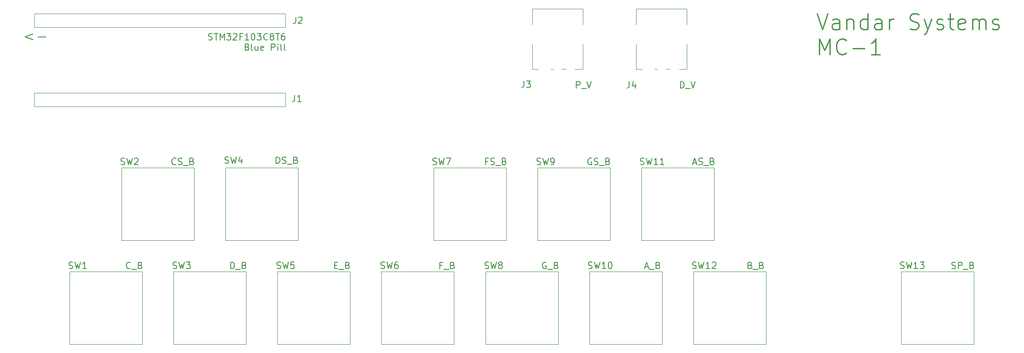
<source format=gbr>
%TF.GenerationSoftware,KiCad,Pcbnew,8.0.4*%
%TF.CreationDate,2025-06-19T21:58:06-05:00*%
%TF.ProjectId,pcb,7063622e-6b69-4636-9164-5f7063625858,01*%
%TF.SameCoordinates,Original*%
%TF.FileFunction,Legend,Top*%
%TF.FilePolarity,Positive*%
%FSLAX46Y46*%
G04 Gerber Fmt 4.6, Leading zero omitted, Abs format (unit mm)*
G04 Created by KiCad (PCBNEW 8.0.4) date 2025-06-19 21:58:06*
%MOMM*%
%LPD*%
G01*
G04 APERTURE LIST*
%ADD10C,0.200000*%
%ADD11C,0.250000*%
%ADD12C,0.120000*%
G04 APERTURE END LIST*
D10*
X242869673Y-115777100D02*
X243048244Y-115836623D01*
X243048244Y-115836623D02*
X243345863Y-115836623D01*
X243345863Y-115836623D02*
X243464911Y-115777100D01*
X243464911Y-115777100D02*
X243524435Y-115717576D01*
X243524435Y-115717576D02*
X243583958Y-115598528D01*
X243583958Y-115598528D02*
X243583958Y-115479480D01*
X243583958Y-115479480D02*
X243524435Y-115360433D01*
X243524435Y-115360433D02*
X243464911Y-115300909D01*
X243464911Y-115300909D02*
X243345863Y-115241385D01*
X243345863Y-115241385D02*
X243107768Y-115181861D01*
X243107768Y-115181861D02*
X242988720Y-115122338D01*
X242988720Y-115122338D02*
X242929197Y-115062814D01*
X242929197Y-115062814D02*
X242869673Y-114943766D01*
X242869673Y-114943766D02*
X242869673Y-114824719D01*
X242869673Y-114824719D02*
X242929197Y-114705671D01*
X242929197Y-114705671D02*
X242988720Y-114646147D01*
X242988720Y-114646147D02*
X243107768Y-114586623D01*
X243107768Y-114586623D02*
X243405387Y-114586623D01*
X243405387Y-114586623D02*
X243583958Y-114646147D01*
X244119673Y-115836623D02*
X244119673Y-114586623D01*
X244119673Y-114586623D02*
X244595863Y-114586623D01*
X244595863Y-114586623D02*
X244714911Y-114646147D01*
X244714911Y-114646147D02*
X244774434Y-114705671D01*
X244774434Y-114705671D02*
X244833958Y-114824719D01*
X244833958Y-114824719D02*
X244833958Y-115003290D01*
X244833958Y-115003290D02*
X244774434Y-115122338D01*
X244774434Y-115122338D02*
X244714911Y-115181861D01*
X244714911Y-115181861D02*
X244595863Y-115241385D01*
X244595863Y-115241385D02*
X244119673Y-115241385D01*
X245072054Y-115955671D02*
X246024434Y-115955671D01*
X246738720Y-115181861D02*
X246917292Y-115241385D01*
X246917292Y-115241385D02*
X246976815Y-115300909D01*
X246976815Y-115300909D02*
X247036339Y-115419957D01*
X247036339Y-115419957D02*
X247036339Y-115598528D01*
X247036339Y-115598528D02*
X246976815Y-115717576D01*
X246976815Y-115717576D02*
X246917292Y-115777100D01*
X246917292Y-115777100D02*
X246798244Y-115836623D01*
X246798244Y-115836623D02*
X246322054Y-115836623D01*
X246322054Y-115836623D02*
X246322054Y-114586623D01*
X246322054Y-114586623D02*
X246738720Y-114586623D01*
X246738720Y-114586623D02*
X246857768Y-114646147D01*
X246857768Y-114646147D02*
X246917292Y-114705671D01*
X246917292Y-114705671D02*
X246976815Y-114824719D01*
X246976815Y-114824719D02*
X246976815Y-114943766D01*
X246976815Y-114943766D02*
X246917292Y-115062814D01*
X246917292Y-115062814D02*
X246857768Y-115122338D01*
X246857768Y-115122338D02*
X246738720Y-115181861D01*
X246738720Y-115181861D02*
X246322054Y-115181861D01*
X204095863Y-115181861D02*
X204274435Y-115241385D01*
X204274435Y-115241385D02*
X204333958Y-115300909D01*
X204333958Y-115300909D02*
X204393482Y-115419957D01*
X204393482Y-115419957D02*
X204393482Y-115598528D01*
X204393482Y-115598528D02*
X204333958Y-115717576D01*
X204333958Y-115717576D02*
X204274435Y-115777100D01*
X204274435Y-115777100D02*
X204155387Y-115836623D01*
X204155387Y-115836623D02*
X203679197Y-115836623D01*
X203679197Y-115836623D02*
X203679197Y-114586623D01*
X203679197Y-114586623D02*
X204095863Y-114586623D01*
X204095863Y-114586623D02*
X204214911Y-114646147D01*
X204214911Y-114646147D02*
X204274435Y-114705671D01*
X204274435Y-114705671D02*
X204333958Y-114824719D01*
X204333958Y-114824719D02*
X204333958Y-114943766D01*
X204333958Y-114943766D02*
X204274435Y-115062814D01*
X204274435Y-115062814D02*
X204214911Y-115122338D01*
X204214911Y-115122338D02*
X204095863Y-115181861D01*
X204095863Y-115181861D02*
X203679197Y-115181861D01*
X204631578Y-115955671D02*
X205583958Y-115955671D01*
X206298244Y-115181861D02*
X206476816Y-115241385D01*
X206476816Y-115241385D02*
X206536339Y-115300909D01*
X206536339Y-115300909D02*
X206595863Y-115419957D01*
X206595863Y-115419957D02*
X206595863Y-115598528D01*
X206595863Y-115598528D02*
X206536339Y-115717576D01*
X206536339Y-115717576D02*
X206476816Y-115777100D01*
X206476816Y-115777100D02*
X206357768Y-115836623D01*
X206357768Y-115836623D02*
X205881578Y-115836623D01*
X205881578Y-115836623D02*
X205881578Y-114586623D01*
X205881578Y-114586623D02*
X206298244Y-114586623D01*
X206298244Y-114586623D02*
X206417292Y-114646147D01*
X206417292Y-114646147D02*
X206476816Y-114705671D01*
X206476816Y-114705671D02*
X206536339Y-114824719D01*
X206536339Y-114824719D02*
X206536339Y-114943766D01*
X206536339Y-114943766D02*
X206476816Y-115062814D01*
X206476816Y-115062814D02*
X206417292Y-115122338D01*
X206417292Y-115122338D02*
X206298244Y-115181861D01*
X206298244Y-115181861D02*
X205881578Y-115181861D01*
X183869673Y-115479480D02*
X184464911Y-115479480D01*
X183750625Y-115836623D02*
X184167292Y-114586623D01*
X184167292Y-114586623D02*
X184583958Y-115836623D01*
X184703007Y-115955671D02*
X185655387Y-115955671D01*
X186369673Y-115181861D02*
X186548245Y-115241385D01*
X186548245Y-115241385D02*
X186607768Y-115300909D01*
X186607768Y-115300909D02*
X186667292Y-115419957D01*
X186667292Y-115419957D02*
X186667292Y-115598528D01*
X186667292Y-115598528D02*
X186607768Y-115717576D01*
X186607768Y-115717576D02*
X186548245Y-115777100D01*
X186548245Y-115777100D02*
X186429197Y-115836623D01*
X186429197Y-115836623D02*
X185953007Y-115836623D01*
X185953007Y-115836623D02*
X185953007Y-114586623D01*
X185953007Y-114586623D02*
X186369673Y-114586623D01*
X186369673Y-114586623D02*
X186488721Y-114646147D01*
X186488721Y-114646147D02*
X186548245Y-114705671D01*
X186548245Y-114705671D02*
X186607768Y-114824719D01*
X186607768Y-114824719D02*
X186607768Y-114943766D01*
X186607768Y-114943766D02*
X186548245Y-115062814D01*
X186548245Y-115062814D02*
X186488721Y-115122338D01*
X186488721Y-115122338D02*
X186369673Y-115181861D01*
X186369673Y-115181861D02*
X185953007Y-115181861D01*
X164833958Y-114646147D02*
X164714911Y-114586623D01*
X164714911Y-114586623D02*
X164536339Y-114586623D01*
X164536339Y-114586623D02*
X164357768Y-114646147D01*
X164357768Y-114646147D02*
X164238720Y-114765195D01*
X164238720Y-114765195D02*
X164179197Y-114884242D01*
X164179197Y-114884242D02*
X164119673Y-115122338D01*
X164119673Y-115122338D02*
X164119673Y-115300909D01*
X164119673Y-115300909D02*
X164179197Y-115539004D01*
X164179197Y-115539004D02*
X164238720Y-115658052D01*
X164238720Y-115658052D02*
X164357768Y-115777100D01*
X164357768Y-115777100D02*
X164536339Y-115836623D01*
X164536339Y-115836623D02*
X164655387Y-115836623D01*
X164655387Y-115836623D02*
X164833958Y-115777100D01*
X164833958Y-115777100D02*
X164893482Y-115717576D01*
X164893482Y-115717576D02*
X164893482Y-115300909D01*
X164893482Y-115300909D02*
X164655387Y-115300909D01*
X165131578Y-115955671D02*
X166083958Y-115955671D01*
X166798244Y-115181861D02*
X166976816Y-115241385D01*
X166976816Y-115241385D02*
X167036339Y-115300909D01*
X167036339Y-115300909D02*
X167095863Y-115419957D01*
X167095863Y-115419957D02*
X167095863Y-115598528D01*
X167095863Y-115598528D02*
X167036339Y-115717576D01*
X167036339Y-115717576D02*
X166976816Y-115777100D01*
X166976816Y-115777100D02*
X166857768Y-115836623D01*
X166857768Y-115836623D02*
X166381578Y-115836623D01*
X166381578Y-115836623D02*
X166381578Y-114586623D01*
X166381578Y-114586623D02*
X166798244Y-114586623D01*
X166798244Y-114586623D02*
X166917292Y-114646147D01*
X166917292Y-114646147D02*
X166976816Y-114705671D01*
X166976816Y-114705671D02*
X167036339Y-114824719D01*
X167036339Y-114824719D02*
X167036339Y-114943766D01*
X167036339Y-114943766D02*
X166976816Y-115062814D01*
X166976816Y-115062814D02*
X166917292Y-115122338D01*
X166917292Y-115122338D02*
X166798244Y-115181861D01*
X166798244Y-115181861D02*
X166381578Y-115181861D01*
X144845863Y-115181861D02*
X144429197Y-115181861D01*
X144429197Y-115836623D02*
X144429197Y-114586623D01*
X144429197Y-114586623D02*
X145024435Y-114586623D01*
X145203007Y-115955671D02*
X146155387Y-115955671D01*
X146869673Y-115181861D02*
X147048245Y-115241385D01*
X147048245Y-115241385D02*
X147107768Y-115300909D01*
X147107768Y-115300909D02*
X147167292Y-115419957D01*
X147167292Y-115419957D02*
X147167292Y-115598528D01*
X147167292Y-115598528D02*
X147107768Y-115717576D01*
X147107768Y-115717576D02*
X147048245Y-115777100D01*
X147048245Y-115777100D02*
X146929197Y-115836623D01*
X146929197Y-115836623D02*
X146453007Y-115836623D01*
X146453007Y-115836623D02*
X146453007Y-114586623D01*
X146453007Y-114586623D02*
X146869673Y-114586623D01*
X146869673Y-114586623D02*
X146988721Y-114646147D01*
X146988721Y-114646147D02*
X147048245Y-114705671D01*
X147048245Y-114705671D02*
X147107768Y-114824719D01*
X147107768Y-114824719D02*
X147107768Y-114943766D01*
X147107768Y-114943766D02*
X147048245Y-115062814D01*
X147048245Y-115062814D02*
X146988721Y-115122338D01*
X146988721Y-115122338D02*
X146869673Y-115181861D01*
X146869673Y-115181861D02*
X146453007Y-115181861D01*
X124179197Y-115181861D02*
X124595863Y-115181861D01*
X124774435Y-115836623D02*
X124179197Y-115836623D01*
X124179197Y-115836623D02*
X124179197Y-114586623D01*
X124179197Y-114586623D02*
X124774435Y-114586623D01*
X125012530Y-115955671D02*
X125964910Y-115955671D01*
X126679196Y-115181861D02*
X126857768Y-115241385D01*
X126857768Y-115241385D02*
X126917291Y-115300909D01*
X126917291Y-115300909D02*
X126976815Y-115419957D01*
X126976815Y-115419957D02*
X126976815Y-115598528D01*
X126976815Y-115598528D02*
X126917291Y-115717576D01*
X126917291Y-115717576D02*
X126857768Y-115777100D01*
X126857768Y-115777100D02*
X126738720Y-115836623D01*
X126738720Y-115836623D02*
X126262530Y-115836623D01*
X126262530Y-115836623D02*
X126262530Y-114586623D01*
X126262530Y-114586623D02*
X126679196Y-114586623D01*
X126679196Y-114586623D02*
X126798244Y-114646147D01*
X126798244Y-114646147D02*
X126857768Y-114705671D01*
X126857768Y-114705671D02*
X126917291Y-114824719D01*
X126917291Y-114824719D02*
X126917291Y-114943766D01*
X126917291Y-114943766D02*
X126857768Y-115062814D01*
X126857768Y-115062814D02*
X126798244Y-115122338D01*
X126798244Y-115122338D02*
X126679196Y-115181861D01*
X126679196Y-115181861D02*
X126262530Y-115181861D01*
X104179197Y-115836623D02*
X104179197Y-114586623D01*
X104179197Y-114586623D02*
X104476816Y-114586623D01*
X104476816Y-114586623D02*
X104655387Y-114646147D01*
X104655387Y-114646147D02*
X104774435Y-114765195D01*
X104774435Y-114765195D02*
X104833958Y-114884242D01*
X104833958Y-114884242D02*
X104893482Y-115122338D01*
X104893482Y-115122338D02*
X104893482Y-115300909D01*
X104893482Y-115300909D02*
X104833958Y-115539004D01*
X104833958Y-115539004D02*
X104774435Y-115658052D01*
X104774435Y-115658052D02*
X104655387Y-115777100D01*
X104655387Y-115777100D02*
X104476816Y-115836623D01*
X104476816Y-115836623D02*
X104179197Y-115836623D01*
X105131578Y-115955671D02*
X106083958Y-115955671D01*
X106798244Y-115181861D02*
X106976816Y-115241385D01*
X106976816Y-115241385D02*
X107036339Y-115300909D01*
X107036339Y-115300909D02*
X107095863Y-115419957D01*
X107095863Y-115419957D02*
X107095863Y-115598528D01*
X107095863Y-115598528D02*
X107036339Y-115717576D01*
X107036339Y-115717576D02*
X106976816Y-115777100D01*
X106976816Y-115777100D02*
X106857768Y-115836623D01*
X106857768Y-115836623D02*
X106381578Y-115836623D01*
X106381578Y-115836623D02*
X106381578Y-114586623D01*
X106381578Y-114586623D02*
X106798244Y-114586623D01*
X106798244Y-114586623D02*
X106917292Y-114646147D01*
X106917292Y-114646147D02*
X106976816Y-114705671D01*
X106976816Y-114705671D02*
X107036339Y-114824719D01*
X107036339Y-114824719D02*
X107036339Y-114943766D01*
X107036339Y-114943766D02*
X106976816Y-115062814D01*
X106976816Y-115062814D02*
X106917292Y-115122338D01*
X106917292Y-115122338D02*
X106798244Y-115181861D01*
X106798244Y-115181861D02*
X106381578Y-115181861D01*
X84893482Y-115717576D02*
X84833958Y-115777100D01*
X84833958Y-115777100D02*
X84655387Y-115836623D01*
X84655387Y-115836623D02*
X84536339Y-115836623D01*
X84536339Y-115836623D02*
X84357768Y-115777100D01*
X84357768Y-115777100D02*
X84238720Y-115658052D01*
X84238720Y-115658052D02*
X84179197Y-115539004D01*
X84179197Y-115539004D02*
X84119673Y-115300909D01*
X84119673Y-115300909D02*
X84119673Y-115122338D01*
X84119673Y-115122338D02*
X84179197Y-114884242D01*
X84179197Y-114884242D02*
X84238720Y-114765195D01*
X84238720Y-114765195D02*
X84357768Y-114646147D01*
X84357768Y-114646147D02*
X84536339Y-114586623D01*
X84536339Y-114586623D02*
X84655387Y-114586623D01*
X84655387Y-114586623D02*
X84833958Y-114646147D01*
X84833958Y-114646147D02*
X84893482Y-114705671D01*
X85131578Y-115955671D02*
X86083958Y-115955671D01*
X86798244Y-115181861D02*
X86976816Y-115241385D01*
X86976816Y-115241385D02*
X87036339Y-115300909D01*
X87036339Y-115300909D02*
X87095863Y-115419957D01*
X87095863Y-115419957D02*
X87095863Y-115598528D01*
X87095863Y-115598528D02*
X87036339Y-115717576D01*
X87036339Y-115717576D02*
X86976816Y-115777100D01*
X86976816Y-115777100D02*
X86857768Y-115836623D01*
X86857768Y-115836623D02*
X86381578Y-115836623D01*
X86381578Y-115836623D02*
X86381578Y-114586623D01*
X86381578Y-114586623D02*
X86798244Y-114586623D01*
X86798244Y-114586623D02*
X86917292Y-114646147D01*
X86917292Y-114646147D02*
X86976816Y-114705671D01*
X86976816Y-114705671D02*
X87036339Y-114824719D01*
X87036339Y-114824719D02*
X87036339Y-114943766D01*
X87036339Y-114943766D02*
X86976816Y-115062814D01*
X86976816Y-115062814D02*
X86917292Y-115122338D01*
X86917292Y-115122338D02*
X86798244Y-115181861D01*
X86798244Y-115181861D02*
X86381578Y-115181861D01*
X193119673Y-95479480D02*
X193714911Y-95479480D01*
X193000625Y-95836623D02*
X193417292Y-94586623D01*
X193417292Y-94586623D02*
X193833958Y-95836623D01*
X194191102Y-95777100D02*
X194369673Y-95836623D01*
X194369673Y-95836623D02*
X194667292Y-95836623D01*
X194667292Y-95836623D02*
X194786340Y-95777100D01*
X194786340Y-95777100D02*
X194845864Y-95717576D01*
X194845864Y-95717576D02*
X194905387Y-95598528D01*
X194905387Y-95598528D02*
X194905387Y-95479480D01*
X194905387Y-95479480D02*
X194845864Y-95360433D01*
X194845864Y-95360433D02*
X194786340Y-95300909D01*
X194786340Y-95300909D02*
X194667292Y-95241385D01*
X194667292Y-95241385D02*
X194429197Y-95181861D01*
X194429197Y-95181861D02*
X194310149Y-95122338D01*
X194310149Y-95122338D02*
X194250626Y-95062814D01*
X194250626Y-95062814D02*
X194191102Y-94943766D01*
X194191102Y-94943766D02*
X194191102Y-94824719D01*
X194191102Y-94824719D02*
X194250626Y-94705671D01*
X194250626Y-94705671D02*
X194310149Y-94646147D01*
X194310149Y-94646147D02*
X194429197Y-94586623D01*
X194429197Y-94586623D02*
X194726816Y-94586623D01*
X194726816Y-94586623D02*
X194905387Y-94646147D01*
X195143483Y-95955671D02*
X196095863Y-95955671D01*
X196810149Y-95181861D02*
X196988721Y-95241385D01*
X196988721Y-95241385D02*
X197048244Y-95300909D01*
X197048244Y-95300909D02*
X197107768Y-95419957D01*
X197107768Y-95419957D02*
X197107768Y-95598528D01*
X197107768Y-95598528D02*
X197048244Y-95717576D01*
X197048244Y-95717576D02*
X196988721Y-95777100D01*
X196988721Y-95777100D02*
X196869673Y-95836623D01*
X196869673Y-95836623D02*
X196393483Y-95836623D01*
X196393483Y-95836623D02*
X196393483Y-94586623D01*
X196393483Y-94586623D02*
X196810149Y-94586623D01*
X196810149Y-94586623D02*
X196929197Y-94646147D01*
X196929197Y-94646147D02*
X196988721Y-94705671D01*
X196988721Y-94705671D02*
X197048244Y-94824719D01*
X197048244Y-94824719D02*
X197048244Y-94943766D01*
X197048244Y-94943766D02*
X196988721Y-95062814D01*
X196988721Y-95062814D02*
X196929197Y-95122338D01*
X196929197Y-95122338D02*
X196810149Y-95181861D01*
X196810149Y-95181861D02*
X196393483Y-95181861D01*
X173583958Y-94646147D02*
X173464911Y-94586623D01*
X173464911Y-94586623D02*
X173286339Y-94586623D01*
X173286339Y-94586623D02*
X173107768Y-94646147D01*
X173107768Y-94646147D02*
X172988720Y-94765195D01*
X172988720Y-94765195D02*
X172929197Y-94884242D01*
X172929197Y-94884242D02*
X172869673Y-95122338D01*
X172869673Y-95122338D02*
X172869673Y-95300909D01*
X172869673Y-95300909D02*
X172929197Y-95539004D01*
X172929197Y-95539004D02*
X172988720Y-95658052D01*
X172988720Y-95658052D02*
X173107768Y-95777100D01*
X173107768Y-95777100D02*
X173286339Y-95836623D01*
X173286339Y-95836623D02*
X173405387Y-95836623D01*
X173405387Y-95836623D02*
X173583958Y-95777100D01*
X173583958Y-95777100D02*
X173643482Y-95717576D01*
X173643482Y-95717576D02*
X173643482Y-95300909D01*
X173643482Y-95300909D02*
X173405387Y-95300909D01*
X174119673Y-95777100D02*
X174298244Y-95836623D01*
X174298244Y-95836623D02*
X174595863Y-95836623D01*
X174595863Y-95836623D02*
X174714911Y-95777100D01*
X174714911Y-95777100D02*
X174774435Y-95717576D01*
X174774435Y-95717576D02*
X174833958Y-95598528D01*
X174833958Y-95598528D02*
X174833958Y-95479480D01*
X174833958Y-95479480D02*
X174774435Y-95360433D01*
X174774435Y-95360433D02*
X174714911Y-95300909D01*
X174714911Y-95300909D02*
X174595863Y-95241385D01*
X174595863Y-95241385D02*
X174357768Y-95181861D01*
X174357768Y-95181861D02*
X174238720Y-95122338D01*
X174238720Y-95122338D02*
X174179197Y-95062814D01*
X174179197Y-95062814D02*
X174119673Y-94943766D01*
X174119673Y-94943766D02*
X174119673Y-94824719D01*
X174119673Y-94824719D02*
X174179197Y-94705671D01*
X174179197Y-94705671D02*
X174238720Y-94646147D01*
X174238720Y-94646147D02*
X174357768Y-94586623D01*
X174357768Y-94586623D02*
X174655387Y-94586623D01*
X174655387Y-94586623D02*
X174833958Y-94646147D01*
X175072054Y-95955671D02*
X176024434Y-95955671D01*
X176738720Y-95181861D02*
X176917292Y-95241385D01*
X176917292Y-95241385D02*
X176976815Y-95300909D01*
X176976815Y-95300909D02*
X177036339Y-95419957D01*
X177036339Y-95419957D02*
X177036339Y-95598528D01*
X177036339Y-95598528D02*
X176976815Y-95717576D01*
X176976815Y-95717576D02*
X176917292Y-95777100D01*
X176917292Y-95777100D02*
X176798244Y-95836623D01*
X176798244Y-95836623D02*
X176322054Y-95836623D01*
X176322054Y-95836623D02*
X176322054Y-94586623D01*
X176322054Y-94586623D02*
X176738720Y-94586623D01*
X176738720Y-94586623D02*
X176857768Y-94646147D01*
X176857768Y-94646147D02*
X176917292Y-94705671D01*
X176917292Y-94705671D02*
X176976815Y-94824719D01*
X176976815Y-94824719D02*
X176976815Y-94943766D01*
X176976815Y-94943766D02*
X176917292Y-95062814D01*
X176917292Y-95062814D02*
X176857768Y-95122338D01*
X176857768Y-95122338D02*
X176738720Y-95181861D01*
X176738720Y-95181861D02*
X176322054Y-95181861D01*
X153595863Y-95181861D02*
X153179197Y-95181861D01*
X153179197Y-95836623D02*
X153179197Y-94586623D01*
X153179197Y-94586623D02*
X153774435Y-94586623D01*
X154191102Y-95777100D02*
X154369673Y-95836623D01*
X154369673Y-95836623D02*
X154667292Y-95836623D01*
X154667292Y-95836623D02*
X154786340Y-95777100D01*
X154786340Y-95777100D02*
X154845864Y-95717576D01*
X154845864Y-95717576D02*
X154905387Y-95598528D01*
X154905387Y-95598528D02*
X154905387Y-95479480D01*
X154905387Y-95479480D02*
X154845864Y-95360433D01*
X154845864Y-95360433D02*
X154786340Y-95300909D01*
X154786340Y-95300909D02*
X154667292Y-95241385D01*
X154667292Y-95241385D02*
X154429197Y-95181861D01*
X154429197Y-95181861D02*
X154310149Y-95122338D01*
X154310149Y-95122338D02*
X154250626Y-95062814D01*
X154250626Y-95062814D02*
X154191102Y-94943766D01*
X154191102Y-94943766D02*
X154191102Y-94824719D01*
X154191102Y-94824719D02*
X154250626Y-94705671D01*
X154250626Y-94705671D02*
X154310149Y-94646147D01*
X154310149Y-94646147D02*
X154429197Y-94586623D01*
X154429197Y-94586623D02*
X154726816Y-94586623D01*
X154726816Y-94586623D02*
X154905387Y-94646147D01*
X155143483Y-95955671D02*
X156095863Y-95955671D01*
X156810149Y-95181861D02*
X156988721Y-95241385D01*
X156988721Y-95241385D02*
X157048244Y-95300909D01*
X157048244Y-95300909D02*
X157107768Y-95419957D01*
X157107768Y-95419957D02*
X157107768Y-95598528D01*
X157107768Y-95598528D02*
X157048244Y-95717576D01*
X157048244Y-95717576D02*
X156988721Y-95777100D01*
X156988721Y-95777100D02*
X156869673Y-95836623D01*
X156869673Y-95836623D02*
X156393483Y-95836623D01*
X156393483Y-95836623D02*
X156393483Y-94586623D01*
X156393483Y-94586623D02*
X156810149Y-94586623D01*
X156810149Y-94586623D02*
X156929197Y-94646147D01*
X156929197Y-94646147D02*
X156988721Y-94705671D01*
X156988721Y-94705671D02*
X157048244Y-94824719D01*
X157048244Y-94824719D02*
X157048244Y-94943766D01*
X157048244Y-94943766D02*
X156988721Y-95062814D01*
X156988721Y-95062814D02*
X156929197Y-95122338D01*
X156929197Y-95122338D02*
X156810149Y-95181861D01*
X156810149Y-95181861D02*
X156393483Y-95181861D01*
X112929197Y-95586623D02*
X112929197Y-94336623D01*
X112929197Y-94336623D02*
X113226816Y-94336623D01*
X113226816Y-94336623D02*
X113405387Y-94396147D01*
X113405387Y-94396147D02*
X113524435Y-94515195D01*
X113524435Y-94515195D02*
X113583958Y-94634242D01*
X113583958Y-94634242D02*
X113643482Y-94872338D01*
X113643482Y-94872338D02*
X113643482Y-95050909D01*
X113643482Y-95050909D02*
X113583958Y-95289004D01*
X113583958Y-95289004D02*
X113524435Y-95408052D01*
X113524435Y-95408052D02*
X113405387Y-95527100D01*
X113405387Y-95527100D02*
X113226816Y-95586623D01*
X113226816Y-95586623D02*
X112929197Y-95586623D01*
X114119673Y-95527100D02*
X114298244Y-95586623D01*
X114298244Y-95586623D02*
X114595863Y-95586623D01*
X114595863Y-95586623D02*
X114714911Y-95527100D01*
X114714911Y-95527100D02*
X114774435Y-95467576D01*
X114774435Y-95467576D02*
X114833958Y-95348528D01*
X114833958Y-95348528D02*
X114833958Y-95229480D01*
X114833958Y-95229480D02*
X114774435Y-95110433D01*
X114774435Y-95110433D02*
X114714911Y-95050909D01*
X114714911Y-95050909D02*
X114595863Y-94991385D01*
X114595863Y-94991385D02*
X114357768Y-94931861D01*
X114357768Y-94931861D02*
X114238720Y-94872338D01*
X114238720Y-94872338D02*
X114179197Y-94812814D01*
X114179197Y-94812814D02*
X114119673Y-94693766D01*
X114119673Y-94693766D02*
X114119673Y-94574719D01*
X114119673Y-94574719D02*
X114179197Y-94455671D01*
X114179197Y-94455671D02*
X114238720Y-94396147D01*
X114238720Y-94396147D02*
X114357768Y-94336623D01*
X114357768Y-94336623D02*
X114655387Y-94336623D01*
X114655387Y-94336623D02*
X114833958Y-94396147D01*
X115072054Y-95705671D02*
X116024434Y-95705671D01*
X116738720Y-94931861D02*
X116917292Y-94991385D01*
X116917292Y-94991385D02*
X116976815Y-95050909D01*
X116976815Y-95050909D02*
X117036339Y-95169957D01*
X117036339Y-95169957D02*
X117036339Y-95348528D01*
X117036339Y-95348528D02*
X116976815Y-95467576D01*
X116976815Y-95467576D02*
X116917292Y-95527100D01*
X116917292Y-95527100D02*
X116798244Y-95586623D01*
X116798244Y-95586623D02*
X116322054Y-95586623D01*
X116322054Y-95586623D02*
X116322054Y-94336623D01*
X116322054Y-94336623D02*
X116738720Y-94336623D01*
X116738720Y-94336623D02*
X116857768Y-94396147D01*
X116857768Y-94396147D02*
X116917292Y-94455671D01*
X116917292Y-94455671D02*
X116976815Y-94574719D01*
X116976815Y-94574719D02*
X116976815Y-94693766D01*
X116976815Y-94693766D02*
X116917292Y-94812814D01*
X116917292Y-94812814D02*
X116857768Y-94872338D01*
X116857768Y-94872338D02*
X116738720Y-94931861D01*
X116738720Y-94931861D02*
X116322054Y-94931861D01*
X99927947Y-71764670D02*
X100106518Y-71824193D01*
X100106518Y-71824193D02*
X100404137Y-71824193D01*
X100404137Y-71824193D02*
X100523185Y-71764670D01*
X100523185Y-71764670D02*
X100582709Y-71705146D01*
X100582709Y-71705146D02*
X100642232Y-71586098D01*
X100642232Y-71586098D02*
X100642232Y-71467050D01*
X100642232Y-71467050D02*
X100582709Y-71348003D01*
X100582709Y-71348003D02*
X100523185Y-71288479D01*
X100523185Y-71288479D02*
X100404137Y-71228955D01*
X100404137Y-71228955D02*
X100166042Y-71169431D01*
X100166042Y-71169431D02*
X100046994Y-71109908D01*
X100046994Y-71109908D02*
X99987471Y-71050384D01*
X99987471Y-71050384D02*
X99927947Y-70931336D01*
X99927947Y-70931336D02*
X99927947Y-70812289D01*
X99927947Y-70812289D02*
X99987471Y-70693241D01*
X99987471Y-70693241D02*
X100046994Y-70633717D01*
X100046994Y-70633717D02*
X100166042Y-70574193D01*
X100166042Y-70574193D02*
X100463661Y-70574193D01*
X100463661Y-70574193D02*
X100642232Y-70633717D01*
X100999375Y-70574193D02*
X101713661Y-70574193D01*
X101356518Y-71824193D02*
X101356518Y-70574193D01*
X102130328Y-71824193D02*
X102130328Y-70574193D01*
X102130328Y-70574193D02*
X102546994Y-71467050D01*
X102546994Y-71467050D02*
X102963661Y-70574193D01*
X102963661Y-70574193D02*
X102963661Y-71824193D01*
X103439851Y-70574193D02*
X104213660Y-70574193D01*
X104213660Y-70574193D02*
X103796994Y-71050384D01*
X103796994Y-71050384D02*
X103975565Y-71050384D01*
X103975565Y-71050384D02*
X104094613Y-71109908D01*
X104094613Y-71109908D02*
X104154137Y-71169431D01*
X104154137Y-71169431D02*
X104213660Y-71288479D01*
X104213660Y-71288479D02*
X104213660Y-71586098D01*
X104213660Y-71586098D02*
X104154137Y-71705146D01*
X104154137Y-71705146D02*
X104094613Y-71764670D01*
X104094613Y-71764670D02*
X103975565Y-71824193D01*
X103975565Y-71824193D02*
X103618422Y-71824193D01*
X103618422Y-71824193D02*
X103499375Y-71764670D01*
X103499375Y-71764670D02*
X103439851Y-71705146D01*
X104689851Y-70693241D02*
X104749375Y-70633717D01*
X104749375Y-70633717D02*
X104868422Y-70574193D01*
X104868422Y-70574193D02*
X105166041Y-70574193D01*
X105166041Y-70574193D02*
X105285089Y-70633717D01*
X105285089Y-70633717D02*
X105344613Y-70693241D01*
X105344613Y-70693241D02*
X105404136Y-70812289D01*
X105404136Y-70812289D02*
X105404136Y-70931336D01*
X105404136Y-70931336D02*
X105344613Y-71109908D01*
X105344613Y-71109908D02*
X104630327Y-71824193D01*
X104630327Y-71824193D02*
X105404136Y-71824193D01*
X106356517Y-71169431D02*
X105939851Y-71169431D01*
X105939851Y-71824193D02*
X105939851Y-70574193D01*
X105939851Y-70574193D02*
X106535089Y-70574193D01*
X107666041Y-71824193D02*
X106951756Y-71824193D01*
X107308899Y-71824193D02*
X107308899Y-70574193D01*
X107308899Y-70574193D02*
X107189851Y-70752765D01*
X107189851Y-70752765D02*
X107070803Y-70871812D01*
X107070803Y-70871812D02*
X106951756Y-70931336D01*
X108439851Y-70574193D02*
X108558898Y-70574193D01*
X108558898Y-70574193D02*
X108677946Y-70633717D01*
X108677946Y-70633717D02*
X108737470Y-70693241D01*
X108737470Y-70693241D02*
X108796994Y-70812289D01*
X108796994Y-70812289D02*
X108856517Y-71050384D01*
X108856517Y-71050384D02*
X108856517Y-71348003D01*
X108856517Y-71348003D02*
X108796994Y-71586098D01*
X108796994Y-71586098D02*
X108737470Y-71705146D01*
X108737470Y-71705146D02*
X108677946Y-71764670D01*
X108677946Y-71764670D02*
X108558898Y-71824193D01*
X108558898Y-71824193D02*
X108439851Y-71824193D01*
X108439851Y-71824193D02*
X108320803Y-71764670D01*
X108320803Y-71764670D02*
X108261279Y-71705146D01*
X108261279Y-71705146D02*
X108201756Y-71586098D01*
X108201756Y-71586098D02*
X108142232Y-71348003D01*
X108142232Y-71348003D02*
X108142232Y-71050384D01*
X108142232Y-71050384D02*
X108201756Y-70812289D01*
X108201756Y-70812289D02*
X108261279Y-70693241D01*
X108261279Y-70693241D02*
X108320803Y-70633717D01*
X108320803Y-70633717D02*
X108439851Y-70574193D01*
X109273184Y-70574193D02*
X110046993Y-70574193D01*
X110046993Y-70574193D02*
X109630327Y-71050384D01*
X109630327Y-71050384D02*
X109808898Y-71050384D01*
X109808898Y-71050384D02*
X109927946Y-71109908D01*
X109927946Y-71109908D02*
X109987470Y-71169431D01*
X109987470Y-71169431D02*
X110046993Y-71288479D01*
X110046993Y-71288479D02*
X110046993Y-71586098D01*
X110046993Y-71586098D02*
X109987470Y-71705146D01*
X109987470Y-71705146D02*
X109927946Y-71764670D01*
X109927946Y-71764670D02*
X109808898Y-71824193D01*
X109808898Y-71824193D02*
X109451755Y-71824193D01*
X109451755Y-71824193D02*
X109332708Y-71764670D01*
X109332708Y-71764670D02*
X109273184Y-71705146D01*
X111296993Y-71705146D02*
X111237469Y-71764670D01*
X111237469Y-71764670D02*
X111058898Y-71824193D01*
X111058898Y-71824193D02*
X110939850Y-71824193D01*
X110939850Y-71824193D02*
X110761279Y-71764670D01*
X110761279Y-71764670D02*
X110642231Y-71645622D01*
X110642231Y-71645622D02*
X110582708Y-71526574D01*
X110582708Y-71526574D02*
X110523184Y-71288479D01*
X110523184Y-71288479D02*
X110523184Y-71109908D01*
X110523184Y-71109908D02*
X110582708Y-70871812D01*
X110582708Y-70871812D02*
X110642231Y-70752765D01*
X110642231Y-70752765D02*
X110761279Y-70633717D01*
X110761279Y-70633717D02*
X110939850Y-70574193D01*
X110939850Y-70574193D02*
X111058898Y-70574193D01*
X111058898Y-70574193D02*
X111237469Y-70633717D01*
X111237469Y-70633717D02*
X111296993Y-70693241D01*
X112011279Y-71109908D02*
X111892231Y-71050384D01*
X111892231Y-71050384D02*
X111832708Y-70990860D01*
X111832708Y-70990860D02*
X111773184Y-70871812D01*
X111773184Y-70871812D02*
X111773184Y-70812289D01*
X111773184Y-70812289D02*
X111832708Y-70693241D01*
X111832708Y-70693241D02*
X111892231Y-70633717D01*
X111892231Y-70633717D02*
X112011279Y-70574193D01*
X112011279Y-70574193D02*
X112249374Y-70574193D01*
X112249374Y-70574193D02*
X112368422Y-70633717D01*
X112368422Y-70633717D02*
X112427946Y-70693241D01*
X112427946Y-70693241D02*
X112487469Y-70812289D01*
X112487469Y-70812289D02*
X112487469Y-70871812D01*
X112487469Y-70871812D02*
X112427946Y-70990860D01*
X112427946Y-70990860D02*
X112368422Y-71050384D01*
X112368422Y-71050384D02*
X112249374Y-71109908D01*
X112249374Y-71109908D02*
X112011279Y-71109908D01*
X112011279Y-71109908D02*
X111892231Y-71169431D01*
X111892231Y-71169431D02*
X111832708Y-71228955D01*
X111832708Y-71228955D02*
X111773184Y-71348003D01*
X111773184Y-71348003D02*
X111773184Y-71586098D01*
X111773184Y-71586098D02*
X111832708Y-71705146D01*
X111832708Y-71705146D02*
X111892231Y-71764670D01*
X111892231Y-71764670D02*
X112011279Y-71824193D01*
X112011279Y-71824193D02*
X112249374Y-71824193D01*
X112249374Y-71824193D02*
X112368422Y-71764670D01*
X112368422Y-71764670D02*
X112427946Y-71705146D01*
X112427946Y-71705146D02*
X112487469Y-71586098D01*
X112487469Y-71586098D02*
X112487469Y-71348003D01*
X112487469Y-71348003D02*
X112427946Y-71228955D01*
X112427946Y-71228955D02*
X112368422Y-71169431D01*
X112368422Y-71169431D02*
X112249374Y-71109908D01*
X112844612Y-70574193D02*
X113558898Y-70574193D01*
X113201755Y-71824193D02*
X113201755Y-70574193D01*
X114511279Y-70574193D02*
X114273184Y-70574193D01*
X114273184Y-70574193D02*
X114154136Y-70633717D01*
X114154136Y-70633717D02*
X114094612Y-70693241D01*
X114094612Y-70693241D02*
X113975565Y-70871812D01*
X113975565Y-70871812D02*
X113916041Y-71109908D01*
X113916041Y-71109908D02*
X113916041Y-71586098D01*
X113916041Y-71586098D02*
X113975565Y-71705146D01*
X113975565Y-71705146D02*
X114035088Y-71764670D01*
X114035088Y-71764670D02*
X114154136Y-71824193D01*
X114154136Y-71824193D02*
X114392231Y-71824193D01*
X114392231Y-71824193D02*
X114511279Y-71764670D01*
X114511279Y-71764670D02*
X114570803Y-71705146D01*
X114570803Y-71705146D02*
X114630326Y-71586098D01*
X114630326Y-71586098D02*
X114630326Y-71288479D01*
X114630326Y-71288479D02*
X114570803Y-71169431D01*
X114570803Y-71169431D02*
X114511279Y-71109908D01*
X114511279Y-71109908D02*
X114392231Y-71050384D01*
X114392231Y-71050384D02*
X114154136Y-71050384D01*
X114154136Y-71050384D02*
X114035088Y-71109908D01*
X114035088Y-71109908D02*
X113975565Y-71169431D01*
X113975565Y-71169431D02*
X113916041Y-71288479D01*
X107368421Y-73181861D02*
X107546993Y-73241385D01*
X107546993Y-73241385D02*
X107606516Y-73300909D01*
X107606516Y-73300909D02*
X107666040Y-73419957D01*
X107666040Y-73419957D02*
X107666040Y-73598528D01*
X107666040Y-73598528D02*
X107606516Y-73717576D01*
X107606516Y-73717576D02*
X107546993Y-73777100D01*
X107546993Y-73777100D02*
X107427945Y-73836623D01*
X107427945Y-73836623D02*
X106951755Y-73836623D01*
X106951755Y-73836623D02*
X106951755Y-72586623D01*
X106951755Y-72586623D02*
X107368421Y-72586623D01*
X107368421Y-72586623D02*
X107487469Y-72646147D01*
X107487469Y-72646147D02*
X107546993Y-72705671D01*
X107546993Y-72705671D02*
X107606516Y-72824719D01*
X107606516Y-72824719D02*
X107606516Y-72943766D01*
X107606516Y-72943766D02*
X107546993Y-73062814D01*
X107546993Y-73062814D02*
X107487469Y-73122338D01*
X107487469Y-73122338D02*
X107368421Y-73181861D01*
X107368421Y-73181861D02*
X106951755Y-73181861D01*
X108380326Y-73836623D02*
X108261278Y-73777100D01*
X108261278Y-73777100D02*
X108201755Y-73658052D01*
X108201755Y-73658052D02*
X108201755Y-72586623D01*
X109392231Y-73003290D02*
X109392231Y-73836623D01*
X108856517Y-73003290D02*
X108856517Y-73658052D01*
X108856517Y-73658052D02*
X108916040Y-73777100D01*
X108916040Y-73777100D02*
X109035088Y-73836623D01*
X109035088Y-73836623D02*
X109213659Y-73836623D01*
X109213659Y-73836623D02*
X109332707Y-73777100D01*
X109332707Y-73777100D02*
X109392231Y-73717576D01*
X110463659Y-73777100D02*
X110344611Y-73836623D01*
X110344611Y-73836623D02*
X110106516Y-73836623D01*
X110106516Y-73836623D02*
X109987469Y-73777100D01*
X109987469Y-73777100D02*
X109927945Y-73658052D01*
X109927945Y-73658052D02*
X109927945Y-73181861D01*
X109927945Y-73181861D02*
X109987469Y-73062814D01*
X109987469Y-73062814D02*
X110106516Y-73003290D01*
X110106516Y-73003290D02*
X110344611Y-73003290D01*
X110344611Y-73003290D02*
X110463659Y-73062814D01*
X110463659Y-73062814D02*
X110523183Y-73181861D01*
X110523183Y-73181861D02*
X110523183Y-73300909D01*
X110523183Y-73300909D02*
X109927945Y-73419957D01*
X112011279Y-73836623D02*
X112011279Y-72586623D01*
X112011279Y-72586623D02*
X112487469Y-72586623D01*
X112487469Y-72586623D02*
X112606517Y-72646147D01*
X112606517Y-72646147D02*
X112666040Y-72705671D01*
X112666040Y-72705671D02*
X112725564Y-72824719D01*
X112725564Y-72824719D02*
X112725564Y-73003290D01*
X112725564Y-73003290D02*
X112666040Y-73122338D01*
X112666040Y-73122338D02*
X112606517Y-73181861D01*
X112606517Y-73181861D02*
X112487469Y-73241385D01*
X112487469Y-73241385D02*
X112011279Y-73241385D01*
X113261279Y-73836623D02*
X113261279Y-73003290D01*
X113261279Y-72586623D02*
X113201755Y-72646147D01*
X113201755Y-72646147D02*
X113261279Y-72705671D01*
X113261279Y-72705671D02*
X113320802Y-72646147D01*
X113320802Y-72646147D02*
X113261279Y-72586623D01*
X113261279Y-72586623D02*
X113261279Y-72705671D01*
X114035088Y-73836623D02*
X113916040Y-73777100D01*
X113916040Y-73777100D02*
X113856517Y-73658052D01*
X113856517Y-73658052D02*
X113856517Y-72586623D01*
X114689850Y-73836623D02*
X114570802Y-73777100D01*
X114570802Y-73777100D02*
X114511279Y-73658052D01*
X114511279Y-73658052D02*
X114511279Y-72586623D01*
X93643482Y-95717576D02*
X93583958Y-95777100D01*
X93583958Y-95777100D02*
X93405387Y-95836623D01*
X93405387Y-95836623D02*
X93286339Y-95836623D01*
X93286339Y-95836623D02*
X93107768Y-95777100D01*
X93107768Y-95777100D02*
X92988720Y-95658052D01*
X92988720Y-95658052D02*
X92929197Y-95539004D01*
X92929197Y-95539004D02*
X92869673Y-95300909D01*
X92869673Y-95300909D02*
X92869673Y-95122338D01*
X92869673Y-95122338D02*
X92929197Y-94884242D01*
X92929197Y-94884242D02*
X92988720Y-94765195D01*
X92988720Y-94765195D02*
X93107768Y-94646147D01*
X93107768Y-94646147D02*
X93286339Y-94586623D01*
X93286339Y-94586623D02*
X93405387Y-94586623D01*
X93405387Y-94586623D02*
X93583958Y-94646147D01*
X93583958Y-94646147D02*
X93643482Y-94705671D01*
X94119673Y-95777100D02*
X94298244Y-95836623D01*
X94298244Y-95836623D02*
X94595863Y-95836623D01*
X94595863Y-95836623D02*
X94714911Y-95777100D01*
X94714911Y-95777100D02*
X94774435Y-95717576D01*
X94774435Y-95717576D02*
X94833958Y-95598528D01*
X94833958Y-95598528D02*
X94833958Y-95479480D01*
X94833958Y-95479480D02*
X94774435Y-95360433D01*
X94774435Y-95360433D02*
X94714911Y-95300909D01*
X94714911Y-95300909D02*
X94595863Y-95241385D01*
X94595863Y-95241385D02*
X94357768Y-95181861D01*
X94357768Y-95181861D02*
X94238720Y-95122338D01*
X94238720Y-95122338D02*
X94179197Y-95062814D01*
X94179197Y-95062814D02*
X94119673Y-94943766D01*
X94119673Y-94943766D02*
X94119673Y-94824719D01*
X94119673Y-94824719D02*
X94179197Y-94705671D01*
X94179197Y-94705671D02*
X94238720Y-94646147D01*
X94238720Y-94646147D02*
X94357768Y-94586623D01*
X94357768Y-94586623D02*
X94655387Y-94586623D01*
X94655387Y-94586623D02*
X94833958Y-94646147D01*
X95072054Y-95955671D02*
X96024434Y-95955671D01*
X96738720Y-95181861D02*
X96917292Y-95241385D01*
X96917292Y-95241385D02*
X96976815Y-95300909D01*
X96976815Y-95300909D02*
X97036339Y-95419957D01*
X97036339Y-95419957D02*
X97036339Y-95598528D01*
X97036339Y-95598528D02*
X96976815Y-95717576D01*
X96976815Y-95717576D02*
X96917292Y-95777100D01*
X96917292Y-95777100D02*
X96798244Y-95836623D01*
X96798244Y-95836623D02*
X96322054Y-95836623D01*
X96322054Y-95836623D02*
X96322054Y-94586623D01*
X96322054Y-94586623D02*
X96738720Y-94586623D01*
X96738720Y-94586623D02*
X96857768Y-94646147D01*
X96857768Y-94646147D02*
X96917292Y-94705671D01*
X96917292Y-94705671D02*
X96976815Y-94824719D01*
X96976815Y-94824719D02*
X96976815Y-94943766D01*
X96976815Y-94943766D02*
X96917292Y-95062814D01*
X96917292Y-95062814D02*
X96857768Y-95122338D01*
X96857768Y-95122338D02*
X96738720Y-95181861D01*
X96738720Y-95181861D02*
X96322054Y-95181861D01*
X66131578Y-70661504D02*
X64607768Y-71232933D01*
X64607768Y-71232933D02*
X66131578Y-71804361D01*
X67083958Y-71232933D02*
X68607768Y-71232933D01*
X190679197Y-81086623D02*
X190679197Y-79836623D01*
X190679197Y-79836623D02*
X190976816Y-79836623D01*
X190976816Y-79836623D02*
X191155387Y-79896147D01*
X191155387Y-79896147D02*
X191274435Y-80015195D01*
X191274435Y-80015195D02*
X191333958Y-80134242D01*
X191333958Y-80134242D02*
X191393482Y-80372338D01*
X191393482Y-80372338D02*
X191393482Y-80550909D01*
X191393482Y-80550909D02*
X191333958Y-80789004D01*
X191333958Y-80789004D02*
X191274435Y-80908052D01*
X191274435Y-80908052D02*
X191155387Y-81027100D01*
X191155387Y-81027100D02*
X190976816Y-81086623D01*
X190976816Y-81086623D02*
X190679197Y-81086623D01*
X191631578Y-81205671D02*
X192583958Y-81205671D01*
X192703006Y-79836623D02*
X193119673Y-81086623D01*
X193119673Y-81086623D02*
X193536339Y-79836623D01*
X170679197Y-81086623D02*
X170679197Y-79836623D01*
X170679197Y-79836623D02*
X171155387Y-79836623D01*
X171155387Y-79836623D02*
X171274435Y-79896147D01*
X171274435Y-79896147D02*
X171333958Y-79955671D01*
X171333958Y-79955671D02*
X171393482Y-80074719D01*
X171393482Y-80074719D02*
X171393482Y-80253290D01*
X171393482Y-80253290D02*
X171333958Y-80372338D01*
X171333958Y-80372338D02*
X171274435Y-80431861D01*
X171274435Y-80431861D02*
X171155387Y-80491385D01*
X171155387Y-80491385D02*
X170679197Y-80491385D01*
X171631578Y-81205671D02*
X172583958Y-81205671D01*
X172703006Y-79836623D02*
X173119673Y-81086623D01*
X173119673Y-81086623D02*
X173536339Y-79836623D01*
D11*
X216950187Y-66790025D02*
X217950187Y-69790025D01*
X217950187Y-69790025D02*
X218950187Y-66790025D01*
X221235902Y-69790025D02*
X221235902Y-68218596D01*
X221235902Y-68218596D02*
X221093044Y-67932882D01*
X221093044Y-67932882D02*
X220807330Y-67790025D01*
X220807330Y-67790025D02*
X220235902Y-67790025D01*
X220235902Y-67790025D02*
X219950187Y-67932882D01*
X221235902Y-69647168D02*
X220950187Y-69790025D01*
X220950187Y-69790025D02*
X220235902Y-69790025D01*
X220235902Y-69790025D02*
X219950187Y-69647168D01*
X219950187Y-69647168D02*
X219807330Y-69361453D01*
X219807330Y-69361453D02*
X219807330Y-69075739D01*
X219807330Y-69075739D02*
X219950187Y-68790025D01*
X219950187Y-68790025D02*
X220235902Y-68647168D01*
X220235902Y-68647168D02*
X220950187Y-68647168D01*
X220950187Y-68647168D02*
X221235902Y-68504310D01*
X222664473Y-67790025D02*
X222664473Y-69790025D01*
X222664473Y-68075739D02*
X222807330Y-67932882D01*
X222807330Y-67932882D02*
X223093045Y-67790025D01*
X223093045Y-67790025D02*
X223521616Y-67790025D01*
X223521616Y-67790025D02*
X223807330Y-67932882D01*
X223807330Y-67932882D02*
X223950188Y-68218596D01*
X223950188Y-68218596D02*
X223950188Y-69790025D01*
X226664474Y-69790025D02*
X226664474Y-66790025D01*
X226664474Y-69647168D02*
X226378759Y-69790025D01*
X226378759Y-69790025D02*
X225807331Y-69790025D01*
X225807331Y-69790025D02*
X225521616Y-69647168D01*
X225521616Y-69647168D02*
X225378759Y-69504310D01*
X225378759Y-69504310D02*
X225235902Y-69218596D01*
X225235902Y-69218596D02*
X225235902Y-68361453D01*
X225235902Y-68361453D02*
X225378759Y-68075739D01*
X225378759Y-68075739D02*
X225521616Y-67932882D01*
X225521616Y-67932882D02*
X225807331Y-67790025D01*
X225807331Y-67790025D02*
X226378759Y-67790025D01*
X226378759Y-67790025D02*
X226664474Y-67932882D01*
X229378760Y-69790025D02*
X229378760Y-68218596D01*
X229378760Y-68218596D02*
X229235902Y-67932882D01*
X229235902Y-67932882D02*
X228950188Y-67790025D01*
X228950188Y-67790025D02*
X228378760Y-67790025D01*
X228378760Y-67790025D02*
X228093045Y-67932882D01*
X229378760Y-69647168D02*
X229093045Y-69790025D01*
X229093045Y-69790025D02*
X228378760Y-69790025D01*
X228378760Y-69790025D02*
X228093045Y-69647168D01*
X228093045Y-69647168D02*
X227950188Y-69361453D01*
X227950188Y-69361453D02*
X227950188Y-69075739D01*
X227950188Y-69075739D02*
X228093045Y-68790025D01*
X228093045Y-68790025D02*
X228378760Y-68647168D01*
X228378760Y-68647168D02*
X229093045Y-68647168D01*
X229093045Y-68647168D02*
X229378760Y-68504310D01*
X230807331Y-69790025D02*
X230807331Y-67790025D01*
X230807331Y-68361453D02*
X230950188Y-68075739D01*
X230950188Y-68075739D02*
X231093046Y-67932882D01*
X231093046Y-67932882D02*
X231378760Y-67790025D01*
X231378760Y-67790025D02*
X231664474Y-67790025D01*
X234807331Y-69647168D02*
X235235903Y-69790025D01*
X235235903Y-69790025D02*
X235950188Y-69790025D01*
X235950188Y-69790025D02*
X236235903Y-69647168D01*
X236235903Y-69647168D02*
X236378760Y-69504310D01*
X236378760Y-69504310D02*
X236521617Y-69218596D01*
X236521617Y-69218596D02*
X236521617Y-68932882D01*
X236521617Y-68932882D02*
X236378760Y-68647168D01*
X236378760Y-68647168D02*
X236235903Y-68504310D01*
X236235903Y-68504310D02*
X235950188Y-68361453D01*
X235950188Y-68361453D02*
X235378760Y-68218596D01*
X235378760Y-68218596D02*
X235093045Y-68075739D01*
X235093045Y-68075739D02*
X234950188Y-67932882D01*
X234950188Y-67932882D02*
X234807331Y-67647168D01*
X234807331Y-67647168D02*
X234807331Y-67361453D01*
X234807331Y-67361453D02*
X234950188Y-67075739D01*
X234950188Y-67075739D02*
X235093045Y-66932882D01*
X235093045Y-66932882D02*
X235378760Y-66790025D01*
X235378760Y-66790025D02*
X236093045Y-66790025D01*
X236093045Y-66790025D02*
X236521617Y-66932882D01*
X237521617Y-67790025D02*
X238235903Y-69790025D01*
X238950188Y-67790025D02*
X238235903Y-69790025D01*
X238235903Y-69790025D02*
X237950188Y-70504310D01*
X237950188Y-70504310D02*
X237807331Y-70647168D01*
X237807331Y-70647168D02*
X237521617Y-70790025D01*
X239950188Y-69647168D02*
X240235902Y-69790025D01*
X240235902Y-69790025D02*
X240807331Y-69790025D01*
X240807331Y-69790025D02*
X241093045Y-69647168D01*
X241093045Y-69647168D02*
X241235902Y-69361453D01*
X241235902Y-69361453D02*
X241235902Y-69218596D01*
X241235902Y-69218596D02*
X241093045Y-68932882D01*
X241093045Y-68932882D02*
X240807331Y-68790025D01*
X240807331Y-68790025D02*
X240378760Y-68790025D01*
X240378760Y-68790025D02*
X240093045Y-68647168D01*
X240093045Y-68647168D02*
X239950188Y-68361453D01*
X239950188Y-68361453D02*
X239950188Y-68218596D01*
X239950188Y-68218596D02*
X240093045Y-67932882D01*
X240093045Y-67932882D02*
X240378760Y-67790025D01*
X240378760Y-67790025D02*
X240807331Y-67790025D01*
X240807331Y-67790025D02*
X241093045Y-67932882D01*
X242093045Y-67790025D02*
X243235902Y-67790025D01*
X242521616Y-66790025D02*
X242521616Y-69361453D01*
X242521616Y-69361453D02*
X242664473Y-69647168D01*
X242664473Y-69647168D02*
X242950188Y-69790025D01*
X242950188Y-69790025D02*
X243235902Y-69790025D01*
X245378759Y-69647168D02*
X245093045Y-69790025D01*
X245093045Y-69790025D02*
X244521617Y-69790025D01*
X244521617Y-69790025D02*
X244235902Y-69647168D01*
X244235902Y-69647168D02*
X244093045Y-69361453D01*
X244093045Y-69361453D02*
X244093045Y-68218596D01*
X244093045Y-68218596D02*
X244235902Y-67932882D01*
X244235902Y-67932882D02*
X244521617Y-67790025D01*
X244521617Y-67790025D02*
X245093045Y-67790025D01*
X245093045Y-67790025D02*
X245378759Y-67932882D01*
X245378759Y-67932882D02*
X245521617Y-68218596D01*
X245521617Y-68218596D02*
X245521617Y-68504310D01*
X245521617Y-68504310D02*
X244093045Y-68790025D01*
X246807331Y-69790025D02*
X246807331Y-67790025D01*
X246807331Y-68075739D02*
X246950188Y-67932882D01*
X246950188Y-67932882D02*
X247235903Y-67790025D01*
X247235903Y-67790025D02*
X247664474Y-67790025D01*
X247664474Y-67790025D02*
X247950188Y-67932882D01*
X247950188Y-67932882D02*
X248093046Y-68218596D01*
X248093046Y-68218596D02*
X248093046Y-69790025D01*
X248093046Y-68218596D02*
X248235903Y-67932882D01*
X248235903Y-67932882D02*
X248521617Y-67790025D01*
X248521617Y-67790025D02*
X248950188Y-67790025D01*
X248950188Y-67790025D02*
X249235903Y-67932882D01*
X249235903Y-67932882D02*
X249378760Y-68218596D01*
X249378760Y-68218596D02*
X249378760Y-69790025D01*
X250664474Y-69647168D02*
X250950188Y-69790025D01*
X250950188Y-69790025D02*
X251521617Y-69790025D01*
X251521617Y-69790025D02*
X251807331Y-69647168D01*
X251807331Y-69647168D02*
X251950188Y-69361453D01*
X251950188Y-69361453D02*
X251950188Y-69218596D01*
X251950188Y-69218596D02*
X251807331Y-68932882D01*
X251807331Y-68932882D02*
X251521617Y-68790025D01*
X251521617Y-68790025D02*
X251093046Y-68790025D01*
X251093046Y-68790025D02*
X250807331Y-68647168D01*
X250807331Y-68647168D02*
X250664474Y-68361453D01*
X250664474Y-68361453D02*
X250664474Y-68218596D01*
X250664474Y-68218596D02*
X250807331Y-67932882D01*
X250807331Y-67932882D02*
X251093046Y-67790025D01*
X251093046Y-67790025D02*
X251521617Y-67790025D01*
X251521617Y-67790025D02*
X251807331Y-67932882D01*
X217378758Y-74619857D02*
X217378758Y-71619857D01*
X217378758Y-71619857D02*
X218378758Y-73762714D01*
X218378758Y-73762714D02*
X219378758Y-71619857D01*
X219378758Y-71619857D02*
X219378758Y-74619857D01*
X222521615Y-74334142D02*
X222378758Y-74477000D01*
X222378758Y-74477000D02*
X221950186Y-74619857D01*
X221950186Y-74619857D02*
X221664472Y-74619857D01*
X221664472Y-74619857D02*
X221235901Y-74477000D01*
X221235901Y-74477000D02*
X220950186Y-74191285D01*
X220950186Y-74191285D02*
X220807329Y-73905571D01*
X220807329Y-73905571D02*
X220664472Y-73334142D01*
X220664472Y-73334142D02*
X220664472Y-72905571D01*
X220664472Y-72905571D02*
X220807329Y-72334142D01*
X220807329Y-72334142D02*
X220950186Y-72048428D01*
X220950186Y-72048428D02*
X221235901Y-71762714D01*
X221235901Y-71762714D02*
X221664472Y-71619857D01*
X221664472Y-71619857D02*
X221950186Y-71619857D01*
X221950186Y-71619857D02*
X222378758Y-71762714D01*
X222378758Y-71762714D02*
X222521615Y-71905571D01*
X223807329Y-73477000D02*
X226093044Y-73477000D01*
X229093044Y-74619857D02*
X227378758Y-74619857D01*
X228235901Y-74619857D02*
X228235901Y-71619857D01*
X228235901Y-71619857D02*
X227950187Y-72048428D01*
X227950187Y-72048428D02*
X227664472Y-72334142D01*
X227664472Y-72334142D02*
X227378758Y-72477000D01*
D10*
X232988096Y-115758350D02*
X233166667Y-115817873D01*
X233166667Y-115817873D02*
X233464286Y-115817873D01*
X233464286Y-115817873D02*
X233583334Y-115758350D01*
X233583334Y-115758350D02*
X233642858Y-115698826D01*
X233642858Y-115698826D02*
X233702381Y-115579778D01*
X233702381Y-115579778D02*
X233702381Y-115460730D01*
X233702381Y-115460730D02*
X233642858Y-115341683D01*
X233642858Y-115341683D02*
X233583334Y-115282159D01*
X233583334Y-115282159D02*
X233464286Y-115222635D01*
X233464286Y-115222635D02*
X233226191Y-115163111D01*
X233226191Y-115163111D02*
X233107143Y-115103588D01*
X233107143Y-115103588D02*
X233047620Y-115044064D01*
X233047620Y-115044064D02*
X232988096Y-114925016D01*
X232988096Y-114925016D02*
X232988096Y-114805969D01*
X232988096Y-114805969D02*
X233047620Y-114686921D01*
X233047620Y-114686921D02*
X233107143Y-114627397D01*
X233107143Y-114627397D02*
X233226191Y-114567873D01*
X233226191Y-114567873D02*
X233523810Y-114567873D01*
X233523810Y-114567873D02*
X233702381Y-114627397D01*
X234119048Y-114567873D02*
X234416667Y-115817873D01*
X234416667Y-115817873D02*
X234654762Y-114925016D01*
X234654762Y-114925016D02*
X234892857Y-115817873D01*
X234892857Y-115817873D02*
X235190477Y-114567873D01*
X236321428Y-115817873D02*
X235607143Y-115817873D01*
X235964286Y-115817873D02*
X235964286Y-114567873D01*
X235964286Y-114567873D02*
X235845238Y-114746445D01*
X235845238Y-114746445D02*
X235726190Y-114865492D01*
X235726190Y-114865492D02*
X235607143Y-114925016D01*
X236738095Y-114567873D02*
X237511904Y-114567873D01*
X237511904Y-114567873D02*
X237095238Y-115044064D01*
X237095238Y-115044064D02*
X237273809Y-115044064D01*
X237273809Y-115044064D02*
X237392857Y-115103588D01*
X237392857Y-115103588D02*
X237452381Y-115163111D01*
X237452381Y-115163111D02*
X237511904Y-115282159D01*
X237511904Y-115282159D02*
X237511904Y-115579778D01*
X237511904Y-115579778D02*
X237452381Y-115698826D01*
X237452381Y-115698826D02*
X237392857Y-115758350D01*
X237392857Y-115758350D02*
X237273809Y-115817873D01*
X237273809Y-115817873D02*
X236916666Y-115817873D01*
X236916666Y-115817873D02*
X236797619Y-115758350D01*
X236797619Y-115758350D02*
X236738095Y-115698826D01*
X192988096Y-115758350D02*
X193166667Y-115817873D01*
X193166667Y-115817873D02*
X193464286Y-115817873D01*
X193464286Y-115817873D02*
X193583334Y-115758350D01*
X193583334Y-115758350D02*
X193642858Y-115698826D01*
X193642858Y-115698826D02*
X193702381Y-115579778D01*
X193702381Y-115579778D02*
X193702381Y-115460730D01*
X193702381Y-115460730D02*
X193642858Y-115341683D01*
X193642858Y-115341683D02*
X193583334Y-115282159D01*
X193583334Y-115282159D02*
X193464286Y-115222635D01*
X193464286Y-115222635D02*
X193226191Y-115163111D01*
X193226191Y-115163111D02*
X193107143Y-115103588D01*
X193107143Y-115103588D02*
X193047620Y-115044064D01*
X193047620Y-115044064D02*
X192988096Y-114925016D01*
X192988096Y-114925016D02*
X192988096Y-114805969D01*
X192988096Y-114805969D02*
X193047620Y-114686921D01*
X193047620Y-114686921D02*
X193107143Y-114627397D01*
X193107143Y-114627397D02*
X193226191Y-114567873D01*
X193226191Y-114567873D02*
X193523810Y-114567873D01*
X193523810Y-114567873D02*
X193702381Y-114627397D01*
X194119048Y-114567873D02*
X194416667Y-115817873D01*
X194416667Y-115817873D02*
X194654762Y-114925016D01*
X194654762Y-114925016D02*
X194892857Y-115817873D01*
X194892857Y-115817873D02*
X195190477Y-114567873D01*
X196321428Y-115817873D02*
X195607143Y-115817873D01*
X195964286Y-115817873D02*
X195964286Y-114567873D01*
X195964286Y-114567873D02*
X195845238Y-114746445D01*
X195845238Y-114746445D02*
X195726190Y-114865492D01*
X195726190Y-114865492D02*
X195607143Y-114925016D01*
X196797619Y-114686921D02*
X196857143Y-114627397D01*
X196857143Y-114627397D02*
X196976190Y-114567873D01*
X196976190Y-114567873D02*
X197273809Y-114567873D01*
X197273809Y-114567873D02*
X197392857Y-114627397D01*
X197392857Y-114627397D02*
X197452381Y-114686921D01*
X197452381Y-114686921D02*
X197511904Y-114805969D01*
X197511904Y-114805969D02*
X197511904Y-114925016D01*
X197511904Y-114925016D02*
X197452381Y-115103588D01*
X197452381Y-115103588D02*
X196738095Y-115817873D01*
X196738095Y-115817873D02*
X197511904Y-115817873D01*
X172988096Y-115758350D02*
X173166667Y-115817873D01*
X173166667Y-115817873D02*
X173464286Y-115817873D01*
X173464286Y-115817873D02*
X173583334Y-115758350D01*
X173583334Y-115758350D02*
X173642858Y-115698826D01*
X173642858Y-115698826D02*
X173702381Y-115579778D01*
X173702381Y-115579778D02*
X173702381Y-115460730D01*
X173702381Y-115460730D02*
X173642858Y-115341683D01*
X173642858Y-115341683D02*
X173583334Y-115282159D01*
X173583334Y-115282159D02*
X173464286Y-115222635D01*
X173464286Y-115222635D02*
X173226191Y-115163111D01*
X173226191Y-115163111D02*
X173107143Y-115103588D01*
X173107143Y-115103588D02*
X173047620Y-115044064D01*
X173047620Y-115044064D02*
X172988096Y-114925016D01*
X172988096Y-114925016D02*
X172988096Y-114805969D01*
X172988096Y-114805969D02*
X173047620Y-114686921D01*
X173047620Y-114686921D02*
X173107143Y-114627397D01*
X173107143Y-114627397D02*
X173226191Y-114567873D01*
X173226191Y-114567873D02*
X173523810Y-114567873D01*
X173523810Y-114567873D02*
X173702381Y-114627397D01*
X174119048Y-114567873D02*
X174416667Y-115817873D01*
X174416667Y-115817873D02*
X174654762Y-114925016D01*
X174654762Y-114925016D02*
X174892857Y-115817873D01*
X174892857Y-115817873D02*
X175190477Y-114567873D01*
X176321428Y-115817873D02*
X175607143Y-115817873D01*
X175964286Y-115817873D02*
X175964286Y-114567873D01*
X175964286Y-114567873D02*
X175845238Y-114746445D01*
X175845238Y-114746445D02*
X175726190Y-114865492D01*
X175726190Y-114865492D02*
X175607143Y-114925016D01*
X177095238Y-114567873D02*
X177214285Y-114567873D01*
X177214285Y-114567873D02*
X177333333Y-114627397D01*
X177333333Y-114627397D02*
X177392857Y-114686921D01*
X177392857Y-114686921D02*
X177452381Y-114805969D01*
X177452381Y-114805969D02*
X177511904Y-115044064D01*
X177511904Y-115044064D02*
X177511904Y-115341683D01*
X177511904Y-115341683D02*
X177452381Y-115579778D01*
X177452381Y-115579778D02*
X177392857Y-115698826D01*
X177392857Y-115698826D02*
X177333333Y-115758350D01*
X177333333Y-115758350D02*
X177214285Y-115817873D01*
X177214285Y-115817873D02*
X177095238Y-115817873D01*
X177095238Y-115817873D02*
X176976190Y-115758350D01*
X176976190Y-115758350D02*
X176916666Y-115698826D01*
X176916666Y-115698826D02*
X176857143Y-115579778D01*
X176857143Y-115579778D02*
X176797619Y-115341683D01*
X176797619Y-115341683D02*
X176797619Y-115044064D01*
X176797619Y-115044064D02*
X176857143Y-114805969D01*
X176857143Y-114805969D02*
X176916666Y-114686921D01*
X176916666Y-114686921D02*
X176976190Y-114627397D01*
X176976190Y-114627397D02*
X177095238Y-114567873D01*
X153083334Y-115758350D02*
X153261905Y-115817873D01*
X153261905Y-115817873D02*
X153559524Y-115817873D01*
X153559524Y-115817873D02*
X153678572Y-115758350D01*
X153678572Y-115758350D02*
X153738096Y-115698826D01*
X153738096Y-115698826D02*
X153797619Y-115579778D01*
X153797619Y-115579778D02*
X153797619Y-115460730D01*
X153797619Y-115460730D02*
X153738096Y-115341683D01*
X153738096Y-115341683D02*
X153678572Y-115282159D01*
X153678572Y-115282159D02*
X153559524Y-115222635D01*
X153559524Y-115222635D02*
X153321429Y-115163111D01*
X153321429Y-115163111D02*
X153202381Y-115103588D01*
X153202381Y-115103588D02*
X153142858Y-115044064D01*
X153142858Y-115044064D02*
X153083334Y-114925016D01*
X153083334Y-114925016D02*
X153083334Y-114805969D01*
X153083334Y-114805969D02*
X153142858Y-114686921D01*
X153142858Y-114686921D02*
X153202381Y-114627397D01*
X153202381Y-114627397D02*
X153321429Y-114567873D01*
X153321429Y-114567873D02*
X153619048Y-114567873D01*
X153619048Y-114567873D02*
X153797619Y-114627397D01*
X154214286Y-114567873D02*
X154511905Y-115817873D01*
X154511905Y-115817873D02*
X154750000Y-114925016D01*
X154750000Y-114925016D02*
X154988095Y-115817873D01*
X154988095Y-115817873D02*
X155285715Y-114567873D01*
X155940476Y-115103588D02*
X155821428Y-115044064D01*
X155821428Y-115044064D02*
X155761905Y-114984540D01*
X155761905Y-114984540D02*
X155702381Y-114865492D01*
X155702381Y-114865492D02*
X155702381Y-114805969D01*
X155702381Y-114805969D02*
X155761905Y-114686921D01*
X155761905Y-114686921D02*
X155821428Y-114627397D01*
X155821428Y-114627397D02*
X155940476Y-114567873D01*
X155940476Y-114567873D02*
X156178571Y-114567873D01*
X156178571Y-114567873D02*
X156297619Y-114627397D01*
X156297619Y-114627397D02*
X156357143Y-114686921D01*
X156357143Y-114686921D02*
X156416666Y-114805969D01*
X156416666Y-114805969D02*
X156416666Y-114865492D01*
X156416666Y-114865492D02*
X156357143Y-114984540D01*
X156357143Y-114984540D02*
X156297619Y-115044064D01*
X156297619Y-115044064D02*
X156178571Y-115103588D01*
X156178571Y-115103588D02*
X155940476Y-115103588D01*
X155940476Y-115103588D02*
X155821428Y-115163111D01*
X155821428Y-115163111D02*
X155761905Y-115222635D01*
X155761905Y-115222635D02*
X155702381Y-115341683D01*
X155702381Y-115341683D02*
X155702381Y-115579778D01*
X155702381Y-115579778D02*
X155761905Y-115698826D01*
X155761905Y-115698826D02*
X155821428Y-115758350D01*
X155821428Y-115758350D02*
X155940476Y-115817873D01*
X155940476Y-115817873D02*
X156178571Y-115817873D01*
X156178571Y-115817873D02*
X156297619Y-115758350D01*
X156297619Y-115758350D02*
X156357143Y-115698826D01*
X156357143Y-115698826D02*
X156416666Y-115579778D01*
X156416666Y-115579778D02*
X156416666Y-115341683D01*
X156416666Y-115341683D02*
X156357143Y-115222635D01*
X156357143Y-115222635D02*
X156297619Y-115163111D01*
X156297619Y-115163111D02*
X156178571Y-115103588D01*
X133083334Y-115758350D02*
X133261905Y-115817873D01*
X133261905Y-115817873D02*
X133559524Y-115817873D01*
X133559524Y-115817873D02*
X133678572Y-115758350D01*
X133678572Y-115758350D02*
X133738096Y-115698826D01*
X133738096Y-115698826D02*
X133797619Y-115579778D01*
X133797619Y-115579778D02*
X133797619Y-115460730D01*
X133797619Y-115460730D02*
X133738096Y-115341683D01*
X133738096Y-115341683D02*
X133678572Y-115282159D01*
X133678572Y-115282159D02*
X133559524Y-115222635D01*
X133559524Y-115222635D02*
X133321429Y-115163111D01*
X133321429Y-115163111D02*
X133202381Y-115103588D01*
X133202381Y-115103588D02*
X133142858Y-115044064D01*
X133142858Y-115044064D02*
X133083334Y-114925016D01*
X133083334Y-114925016D02*
X133083334Y-114805969D01*
X133083334Y-114805969D02*
X133142858Y-114686921D01*
X133142858Y-114686921D02*
X133202381Y-114627397D01*
X133202381Y-114627397D02*
X133321429Y-114567873D01*
X133321429Y-114567873D02*
X133619048Y-114567873D01*
X133619048Y-114567873D02*
X133797619Y-114627397D01*
X134214286Y-114567873D02*
X134511905Y-115817873D01*
X134511905Y-115817873D02*
X134750000Y-114925016D01*
X134750000Y-114925016D02*
X134988095Y-115817873D01*
X134988095Y-115817873D02*
X135285715Y-114567873D01*
X136297619Y-114567873D02*
X136059524Y-114567873D01*
X136059524Y-114567873D02*
X135940476Y-114627397D01*
X135940476Y-114627397D02*
X135880952Y-114686921D01*
X135880952Y-114686921D02*
X135761905Y-114865492D01*
X135761905Y-114865492D02*
X135702381Y-115103588D01*
X135702381Y-115103588D02*
X135702381Y-115579778D01*
X135702381Y-115579778D02*
X135761905Y-115698826D01*
X135761905Y-115698826D02*
X135821428Y-115758350D01*
X135821428Y-115758350D02*
X135940476Y-115817873D01*
X135940476Y-115817873D02*
X136178571Y-115817873D01*
X136178571Y-115817873D02*
X136297619Y-115758350D01*
X136297619Y-115758350D02*
X136357143Y-115698826D01*
X136357143Y-115698826D02*
X136416666Y-115579778D01*
X136416666Y-115579778D02*
X136416666Y-115282159D01*
X136416666Y-115282159D02*
X136357143Y-115163111D01*
X136357143Y-115163111D02*
X136297619Y-115103588D01*
X136297619Y-115103588D02*
X136178571Y-115044064D01*
X136178571Y-115044064D02*
X135940476Y-115044064D01*
X135940476Y-115044064D02*
X135821428Y-115103588D01*
X135821428Y-115103588D02*
X135761905Y-115163111D01*
X135761905Y-115163111D02*
X135702381Y-115282159D01*
X113083334Y-115758350D02*
X113261905Y-115817873D01*
X113261905Y-115817873D02*
X113559524Y-115817873D01*
X113559524Y-115817873D02*
X113678572Y-115758350D01*
X113678572Y-115758350D02*
X113738096Y-115698826D01*
X113738096Y-115698826D02*
X113797619Y-115579778D01*
X113797619Y-115579778D02*
X113797619Y-115460730D01*
X113797619Y-115460730D02*
X113738096Y-115341683D01*
X113738096Y-115341683D02*
X113678572Y-115282159D01*
X113678572Y-115282159D02*
X113559524Y-115222635D01*
X113559524Y-115222635D02*
X113321429Y-115163111D01*
X113321429Y-115163111D02*
X113202381Y-115103588D01*
X113202381Y-115103588D02*
X113142858Y-115044064D01*
X113142858Y-115044064D02*
X113083334Y-114925016D01*
X113083334Y-114925016D02*
X113083334Y-114805969D01*
X113083334Y-114805969D02*
X113142858Y-114686921D01*
X113142858Y-114686921D02*
X113202381Y-114627397D01*
X113202381Y-114627397D02*
X113321429Y-114567873D01*
X113321429Y-114567873D02*
X113619048Y-114567873D01*
X113619048Y-114567873D02*
X113797619Y-114627397D01*
X114214286Y-114567873D02*
X114511905Y-115817873D01*
X114511905Y-115817873D02*
X114750000Y-114925016D01*
X114750000Y-114925016D02*
X114988095Y-115817873D01*
X114988095Y-115817873D02*
X115285715Y-114567873D01*
X116357143Y-114567873D02*
X115761905Y-114567873D01*
X115761905Y-114567873D02*
X115702381Y-115163111D01*
X115702381Y-115163111D02*
X115761905Y-115103588D01*
X115761905Y-115103588D02*
X115880952Y-115044064D01*
X115880952Y-115044064D02*
X116178571Y-115044064D01*
X116178571Y-115044064D02*
X116297619Y-115103588D01*
X116297619Y-115103588D02*
X116357143Y-115163111D01*
X116357143Y-115163111D02*
X116416666Y-115282159D01*
X116416666Y-115282159D02*
X116416666Y-115579778D01*
X116416666Y-115579778D02*
X116357143Y-115698826D01*
X116357143Y-115698826D02*
X116297619Y-115758350D01*
X116297619Y-115758350D02*
X116178571Y-115817873D01*
X116178571Y-115817873D02*
X115880952Y-115817873D01*
X115880952Y-115817873D02*
X115761905Y-115758350D01*
X115761905Y-115758350D02*
X115702381Y-115698826D01*
X93083334Y-115758350D02*
X93261905Y-115817873D01*
X93261905Y-115817873D02*
X93559524Y-115817873D01*
X93559524Y-115817873D02*
X93678572Y-115758350D01*
X93678572Y-115758350D02*
X93738096Y-115698826D01*
X93738096Y-115698826D02*
X93797619Y-115579778D01*
X93797619Y-115579778D02*
X93797619Y-115460730D01*
X93797619Y-115460730D02*
X93738096Y-115341683D01*
X93738096Y-115341683D02*
X93678572Y-115282159D01*
X93678572Y-115282159D02*
X93559524Y-115222635D01*
X93559524Y-115222635D02*
X93321429Y-115163111D01*
X93321429Y-115163111D02*
X93202381Y-115103588D01*
X93202381Y-115103588D02*
X93142858Y-115044064D01*
X93142858Y-115044064D02*
X93083334Y-114925016D01*
X93083334Y-114925016D02*
X93083334Y-114805969D01*
X93083334Y-114805969D02*
X93142858Y-114686921D01*
X93142858Y-114686921D02*
X93202381Y-114627397D01*
X93202381Y-114627397D02*
X93321429Y-114567873D01*
X93321429Y-114567873D02*
X93619048Y-114567873D01*
X93619048Y-114567873D02*
X93797619Y-114627397D01*
X94214286Y-114567873D02*
X94511905Y-115817873D01*
X94511905Y-115817873D02*
X94750000Y-114925016D01*
X94750000Y-114925016D02*
X94988095Y-115817873D01*
X94988095Y-115817873D02*
X95285715Y-114567873D01*
X95642857Y-114567873D02*
X96416666Y-114567873D01*
X96416666Y-114567873D02*
X96000000Y-115044064D01*
X96000000Y-115044064D02*
X96178571Y-115044064D01*
X96178571Y-115044064D02*
X96297619Y-115103588D01*
X96297619Y-115103588D02*
X96357143Y-115163111D01*
X96357143Y-115163111D02*
X96416666Y-115282159D01*
X96416666Y-115282159D02*
X96416666Y-115579778D01*
X96416666Y-115579778D02*
X96357143Y-115698826D01*
X96357143Y-115698826D02*
X96297619Y-115758350D01*
X96297619Y-115758350D02*
X96178571Y-115817873D01*
X96178571Y-115817873D02*
X95821428Y-115817873D01*
X95821428Y-115817873D02*
X95702381Y-115758350D01*
X95702381Y-115758350D02*
X95642857Y-115698826D01*
X73083334Y-115758350D02*
X73261905Y-115817873D01*
X73261905Y-115817873D02*
X73559524Y-115817873D01*
X73559524Y-115817873D02*
X73678572Y-115758350D01*
X73678572Y-115758350D02*
X73738096Y-115698826D01*
X73738096Y-115698826D02*
X73797619Y-115579778D01*
X73797619Y-115579778D02*
X73797619Y-115460730D01*
X73797619Y-115460730D02*
X73738096Y-115341683D01*
X73738096Y-115341683D02*
X73678572Y-115282159D01*
X73678572Y-115282159D02*
X73559524Y-115222635D01*
X73559524Y-115222635D02*
X73321429Y-115163111D01*
X73321429Y-115163111D02*
X73202381Y-115103588D01*
X73202381Y-115103588D02*
X73142858Y-115044064D01*
X73142858Y-115044064D02*
X73083334Y-114925016D01*
X73083334Y-114925016D02*
X73083334Y-114805969D01*
X73083334Y-114805969D02*
X73142858Y-114686921D01*
X73142858Y-114686921D02*
X73202381Y-114627397D01*
X73202381Y-114627397D02*
X73321429Y-114567873D01*
X73321429Y-114567873D02*
X73619048Y-114567873D01*
X73619048Y-114567873D02*
X73797619Y-114627397D01*
X74214286Y-114567873D02*
X74511905Y-115817873D01*
X74511905Y-115817873D02*
X74750000Y-114925016D01*
X74750000Y-114925016D02*
X74988095Y-115817873D01*
X74988095Y-115817873D02*
X75285715Y-114567873D01*
X76416666Y-115817873D02*
X75702381Y-115817873D01*
X76059524Y-115817873D02*
X76059524Y-114567873D01*
X76059524Y-114567873D02*
X75940476Y-114746445D01*
X75940476Y-114746445D02*
X75821428Y-114865492D01*
X75821428Y-114865492D02*
X75702381Y-114925016D01*
X182988096Y-95758350D02*
X183166667Y-95817873D01*
X183166667Y-95817873D02*
X183464286Y-95817873D01*
X183464286Y-95817873D02*
X183583334Y-95758350D01*
X183583334Y-95758350D02*
X183642858Y-95698826D01*
X183642858Y-95698826D02*
X183702381Y-95579778D01*
X183702381Y-95579778D02*
X183702381Y-95460730D01*
X183702381Y-95460730D02*
X183642858Y-95341683D01*
X183642858Y-95341683D02*
X183583334Y-95282159D01*
X183583334Y-95282159D02*
X183464286Y-95222635D01*
X183464286Y-95222635D02*
X183226191Y-95163111D01*
X183226191Y-95163111D02*
X183107143Y-95103588D01*
X183107143Y-95103588D02*
X183047620Y-95044064D01*
X183047620Y-95044064D02*
X182988096Y-94925016D01*
X182988096Y-94925016D02*
X182988096Y-94805969D01*
X182988096Y-94805969D02*
X183047620Y-94686921D01*
X183047620Y-94686921D02*
X183107143Y-94627397D01*
X183107143Y-94627397D02*
X183226191Y-94567873D01*
X183226191Y-94567873D02*
X183523810Y-94567873D01*
X183523810Y-94567873D02*
X183702381Y-94627397D01*
X184119048Y-94567873D02*
X184416667Y-95817873D01*
X184416667Y-95817873D02*
X184654762Y-94925016D01*
X184654762Y-94925016D02*
X184892857Y-95817873D01*
X184892857Y-95817873D02*
X185190477Y-94567873D01*
X186321428Y-95817873D02*
X185607143Y-95817873D01*
X185964286Y-95817873D02*
X185964286Y-94567873D01*
X185964286Y-94567873D02*
X185845238Y-94746445D01*
X185845238Y-94746445D02*
X185726190Y-94865492D01*
X185726190Y-94865492D02*
X185607143Y-94925016D01*
X187511904Y-95817873D02*
X186797619Y-95817873D01*
X187154762Y-95817873D02*
X187154762Y-94567873D01*
X187154762Y-94567873D02*
X187035714Y-94746445D01*
X187035714Y-94746445D02*
X186916666Y-94865492D01*
X186916666Y-94865492D02*
X186797619Y-94925016D01*
X163083334Y-95774350D02*
X163261905Y-95833873D01*
X163261905Y-95833873D02*
X163559524Y-95833873D01*
X163559524Y-95833873D02*
X163678572Y-95774350D01*
X163678572Y-95774350D02*
X163738096Y-95714826D01*
X163738096Y-95714826D02*
X163797619Y-95595778D01*
X163797619Y-95595778D02*
X163797619Y-95476730D01*
X163797619Y-95476730D02*
X163738096Y-95357683D01*
X163738096Y-95357683D02*
X163678572Y-95298159D01*
X163678572Y-95298159D02*
X163559524Y-95238635D01*
X163559524Y-95238635D02*
X163321429Y-95179111D01*
X163321429Y-95179111D02*
X163202381Y-95119588D01*
X163202381Y-95119588D02*
X163142858Y-95060064D01*
X163142858Y-95060064D02*
X163083334Y-94941016D01*
X163083334Y-94941016D02*
X163083334Y-94821969D01*
X163083334Y-94821969D02*
X163142858Y-94702921D01*
X163142858Y-94702921D02*
X163202381Y-94643397D01*
X163202381Y-94643397D02*
X163321429Y-94583873D01*
X163321429Y-94583873D02*
X163619048Y-94583873D01*
X163619048Y-94583873D02*
X163797619Y-94643397D01*
X164214286Y-94583873D02*
X164511905Y-95833873D01*
X164511905Y-95833873D02*
X164750000Y-94941016D01*
X164750000Y-94941016D02*
X164988095Y-95833873D01*
X164988095Y-95833873D02*
X165285715Y-94583873D01*
X165821428Y-95833873D02*
X166059524Y-95833873D01*
X166059524Y-95833873D02*
X166178571Y-95774350D01*
X166178571Y-95774350D02*
X166238095Y-95714826D01*
X166238095Y-95714826D02*
X166357143Y-95536254D01*
X166357143Y-95536254D02*
X166416666Y-95298159D01*
X166416666Y-95298159D02*
X166416666Y-94821969D01*
X166416666Y-94821969D02*
X166357143Y-94702921D01*
X166357143Y-94702921D02*
X166297619Y-94643397D01*
X166297619Y-94643397D02*
X166178571Y-94583873D01*
X166178571Y-94583873D02*
X165940476Y-94583873D01*
X165940476Y-94583873D02*
X165821428Y-94643397D01*
X165821428Y-94643397D02*
X165761905Y-94702921D01*
X165761905Y-94702921D02*
X165702381Y-94821969D01*
X165702381Y-94821969D02*
X165702381Y-95119588D01*
X165702381Y-95119588D02*
X165761905Y-95238635D01*
X165761905Y-95238635D02*
X165821428Y-95298159D01*
X165821428Y-95298159D02*
X165940476Y-95357683D01*
X165940476Y-95357683D02*
X166178571Y-95357683D01*
X166178571Y-95357683D02*
X166297619Y-95298159D01*
X166297619Y-95298159D02*
X166357143Y-95238635D01*
X166357143Y-95238635D02*
X166416666Y-95119588D01*
X143083334Y-95774350D02*
X143261905Y-95833873D01*
X143261905Y-95833873D02*
X143559524Y-95833873D01*
X143559524Y-95833873D02*
X143678572Y-95774350D01*
X143678572Y-95774350D02*
X143738096Y-95714826D01*
X143738096Y-95714826D02*
X143797619Y-95595778D01*
X143797619Y-95595778D02*
X143797619Y-95476730D01*
X143797619Y-95476730D02*
X143738096Y-95357683D01*
X143738096Y-95357683D02*
X143678572Y-95298159D01*
X143678572Y-95298159D02*
X143559524Y-95238635D01*
X143559524Y-95238635D02*
X143321429Y-95179111D01*
X143321429Y-95179111D02*
X143202381Y-95119588D01*
X143202381Y-95119588D02*
X143142858Y-95060064D01*
X143142858Y-95060064D02*
X143083334Y-94941016D01*
X143083334Y-94941016D02*
X143083334Y-94821969D01*
X143083334Y-94821969D02*
X143142858Y-94702921D01*
X143142858Y-94702921D02*
X143202381Y-94643397D01*
X143202381Y-94643397D02*
X143321429Y-94583873D01*
X143321429Y-94583873D02*
X143619048Y-94583873D01*
X143619048Y-94583873D02*
X143797619Y-94643397D01*
X144214286Y-94583873D02*
X144511905Y-95833873D01*
X144511905Y-95833873D02*
X144750000Y-94941016D01*
X144750000Y-94941016D02*
X144988095Y-95833873D01*
X144988095Y-95833873D02*
X145285715Y-94583873D01*
X145642857Y-94583873D02*
X146476190Y-94583873D01*
X146476190Y-94583873D02*
X145940476Y-95833873D01*
X103083334Y-95508350D02*
X103261905Y-95567873D01*
X103261905Y-95567873D02*
X103559524Y-95567873D01*
X103559524Y-95567873D02*
X103678572Y-95508350D01*
X103678572Y-95508350D02*
X103738096Y-95448826D01*
X103738096Y-95448826D02*
X103797619Y-95329778D01*
X103797619Y-95329778D02*
X103797619Y-95210730D01*
X103797619Y-95210730D02*
X103738096Y-95091683D01*
X103738096Y-95091683D02*
X103678572Y-95032159D01*
X103678572Y-95032159D02*
X103559524Y-94972635D01*
X103559524Y-94972635D02*
X103321429Y-94913111D01*
X103321429Y-94913111D02*
X103202381Y-94853588D01*
X103202381Y-94853588D02*
X103142858Y-94794064D01*
X103142858Y-94794064D02*
X103083334Y-94675016D01*
X103083334Y-94675016D02*
X103083334Y-94555969D01*
X103083334Y-94555969D02*
X103142858Y-94436921D01*
X103142858Y-94436921D02*
X103202381Y-94377397D01*
X103202381Y-94377397D02*
X103321429Y-94317873D01*
X103321429Y-94317873D02*
X103619048Y-94317873D01*
X103619048Y-94317873D02*
X103797619Y-94377397D01*
X104214286Y-94317873D02*
X104511905Y-95567873D01*
X104511905Y-95567873D02*
X104750000Y-94675016D01*
X104750000Y-94675016D02*
X104988095Y-95567873D01*
X104988095Y-95567873D02*
X105285715Y-94317873D01*
X106297619Y-94734540D02*
X106297619Y-95567873D01*
X106000000Y-94258350D02*
X105702381Y-95151207D01*
X105702381Y-95151207D02*
X106476190Y-95151207D01*
X83083334Y-95758350D02*
X83261905Y-95817873D01*
X83261905Y-95817873D02*
X83559524Y-95817873D01*
X83559524Y-95817873D02*
X83678572Y-95758350D01*
X83678572Y-95758350D02*
X83738096Y-95698826D01*
X83738096Y-95698826D02*
X83797619Y-95579778D01*
X83797619Y-95579778D02*
X83797619Y-95460730D01*
X83797619Y-95460730D02*
X83738096Y-95341683D01*
X83738096Y-95341683D02*
X83678572Y-95282159D01*
X83678572Y-95282159D02*
X83559524Y-95222635D01*
X83559524Y-95222635D02*
X83321429Y-95163111D01*
X83321429Y-95163111D02*
X83202381Y-95103588D01*
X83202381Y-95103588D02*
X83142858Y-95044064D01*
X83142858Y-95044064D02*
X83083334Y-94925016D01*
X83083334Y-94925016D02*
X83083334Y-94805969D01*
X83083334Y-94805969D02*
X83142858Y-94686921D01*
X83142858Y-94686921D02*
X83202381Y-94627397D01*
X83202381Y-94627397D02*
X83321429Y-94567873D01*
X83321429Y-94567873D02*
X83619048Y-94567873D01*
X83619048Y-94567873D02*
X83797619Y-94627397D01*
X84214286Y-94567873D02*
X84511905Y-95817873D01*
X84511905Y-95817873D02*
X84750000Y-94925016D01*
X84750000Y-94925016D02*
X84988095Y-95817873D01*
X84988095Y-95817873D02*
X85285715Y-94567873D01*
X85702381Y-94686921D02*
X85761905Y-94627397D01*
X85761905Y-94627397D02*
X85880952Y-94567873D01*
X85880952Y-94567873D02*
X86178571Y-94567873D01*
X86178571Y-94567873D02*
X86297619Y-94627397D01*
X86297619Y-94627397D02*
X86357143Y-94686921D01*
X86357143Y-94686921D02*
X86416666Y-94805969D01*
X86416666Y-94805969D02*
X86416666Y-94925016D01*
X86416666Y-94925016D02*
X86357143Y-95103588D01*
X86357143Y-95103588D02*
X85642857Y-95817873D01*
X85642857Y-95817873D02*
X86416666Y-95817873D01*
X180833333Y-79817873D02*
X180833333Y-80710730D01*
X180833333Y-80710730D02*
X180773810Y-80889302D01*
X180773810Y-80889302D02*
X180654762Y-81008350D01*
X180654762Y-81008350D02*
X180476191Y-81067873D01*
X180476191Y-81067873D02*
X180357143Y-81067873D01*
X181964286Y-80234540D02*
X181964286Y-81067873D01*
X181666667Y-79758350D02*
X181369048Y-80651207D01*
X181369048Y-80651207D02*
X182142857Y-80651207D01*
X160583333Y-79717873D02*
X160583333Y-80610730D01*
X160583333Y-80610730D02*
X160523810Y-80789302D01*
X160523810Y-80789302D02*
X160404762Y-80908350D01*
X160404762Y-80908350D02*
X160226191Y-80967873D01*
X160226191Y-80967873D02*
X160107143Y-80967873D01*
X161059524Y-79717873D02*
X161833333Y-79717873D01*
X161833333Y-79717873D02*
X161416667Y-80194064D01*
X161416667Y-80194064D02*
X161595238Y-80194064D01*
X161595238Y-80194064D02*
X161714286Y-80253588D01*
X161714286Y-80253588D02*
X161773810Y-80313111D01*
X161773810Y-80313111D02*
X161833333Y-80432159D01*
X161833333Y-80432159D02*
X161833333Y-80729778D01*
X161833333Y-80729778D02*
X161773810Y-80848826D01*
X161773810Y-80848826D02*
X161714286Y-80908350D01*
X161714286Y-80908350D02*
X161595238Y-80967873D01*
X161595238Y-80967873D02*
X161238095Y-80967873D01*
X161238095Y-80967873D02*
X161119048Y-80908350D01*
X161119048Y-80908350D02*
X161059524Y-80848826D01*
X116483333Y-82452873D02*
X116483333Y-83345730D01*
X116483333Y-83345730D02*
X116423810Y-83524302D01*
X116423810Y-83524302D02*
X116304762Y-83643350D01*
X116304762Y-83643350D02*
X116126191Y-83702873D01*
X116126191Y-83702873D02*
X116007143Y-83702873D01*
X117733333Y-83702873D02*
X117019048Y-83702873D01*
X117376191Y-83702873D02*
X117376191Y-82452873D01*
X117376191Y-82452873D02*
X117257143Y-82631445D01*
X117257143Y-82631445D02*
X117138095Y-82750492D01*
X117138095Y-82750492D02*
X117019048Y-82810016D01*
X116683333Y-67412873D02*
X116683333Y-68305730D01*
X116683333Y-68305730D02*
X116623810Y-68484302D01*
X116623810Y-68484302D02*
X116504762Y-68603350D01*
X116504762Y-68603350D02*
X116326191Y-68662873D01*
X116326191Y-68662873D02*
X116207143Y-68662873D01*
X117219048Y-67531921D02*
X117278572Y-67472397D01*
X117278572Y-67472397D02*
X117397619Y-67412873D01*
X117397619Y-67412873D02*
X117695238Y-67412873D01*
X117695238Y-67412873D02*
X117814286Y-67472397D01*
X117814286Y-67472397D02*
X117873810Y-67531921D01*
X117873810Y-67531921D02*
X117933333Y-67650969D01*
X117933333Y-67650969D02*
X117933333Y-67770016D01*
X117933333Y-67770016D02*
X117873810Y-67948588D01*
X117873810Y-67948588D02*
X117159524Y-68662873D01*
X117159524Y-68662873D02*
X117933333Y-68662873D01*
D12*
%TO.C,SW13*%
X233125000Y-116405000D02*
X247095000Y-116405000D01*
X233125000Y-130375000D02*
X233125000Y-116405000D01*
X247095000Y-116405000D02*
X247095000Y-130375000D01*
X247095000Y-130375000D02*
X233125000Y-130375000D01*
%TO.C,SW12*%
X193175000Y-116405000D02*
X207145000Y-116405000D01*
X193175000Y-130375000D02*
X193175000Y-116405000D01*
X207145000Y-116405000D02*
X207145000Y-130375000D01*
X207145000Y-130375000D02*
X193175000Y-130375000D01*
%TO.C,SW10*%
X173175000Y-116405000D02*
X187145000Y-116405000D01*
X173175000Y-130375000D02*
X173175000Y-116405000D01*
X187145000Y-116405000D02*
X187145000Y-130375000D01*
X187145000Y-130375000D02*
X173175000Y-130375000D01*
%TO.C,SW8*%
X153175000Y-116405000D02*
X167145000Y-116405000D01*
X153175000Y-130375000D02*
X153175000Y-116405000D01*
X167145000Y-116405000D02*
X167145000Y-130375000D01*
X167145000Y-130375000D02*
X153175000Y-130375000D01*
%TO.C,SW6*%
X133175000Y-116405000D02*
X147145000Y-116405000D01*
X133175000Y-130375000D02*
X133175000Y-116405000D01*
X147145000Y-116405000D02*
X147145000Y-130375000D01*
X147145000Y-130375000D02*
X133175000Y-130375000D01*
%TO.C,SW5*%
X113175000Y-116405000D02*
X127145000Y-116405000D01*
X113175000Y-130375000D02*
X113175000Y-116405000D01*
X127145000Y-116405000D02*
X127145000Y-130375000D01*
X127145000Y-130375000D02*
X113175000Y-130375000D01*
%TO.C,SW3*%
X93175000Y-116405000D02*
X107145000Y-116405000D01*
X93175000Y-130375000D02*
X93175000Y-116405000D01*
X107145000Y-116405000D02*
X107145000Y-130375000D01*
X107145000Y-130375000D02*
X93175000Y-130375000D01*
%TO.C,SW1*%
X73175000Y-116405000D02*
X87145000Y-116405000D01*
X73175000Y-130375000D02*
X73175000Y-116405000D01*
X87145000Y-116405000D02*
X87145000Y-130375000D01*
X87145000Y-130375000D02*
X73175000Y-130375000D01*
%TO.C,SW11*%
X183175000Y-96405000D02*
X197145000Y-96405000D01*
X183175000Y-110375000D02*
X183175000Y-96405000D01*
X197145000Y-96405000D02*
X197145000Y-110375000D01*
X197145000Y-110375000D02*
X183175000Y-110375000D01*
%TO.C,SW9*%
X163175000Y-96405000D02*
X177145000Y-96405000D01*
X163175000Y-110375000D02*
X163175000Y-96405000D01*
X177145000Y-96405000D02*
X177145000Y-110375000D01*
X177145000Y-110375000D02*
X163175000Y-110375000D01*
%TO.C,SW7*%
X143175000Y-96405000D02*
X157145000Y-96405000D01*
X143175000Y-110375000D02*
X143175000Y-96405000D01*
X157145000Y-96405000D02*
X157145000Y-110375000D01*
X157145000Y-110375000D02*
X143175000Y-110375000D01*
%TO.C,SW4*%
X103175000Y-96405000D02*
X117145000Y-96405000D01*
X103175000Y-110375000D02*
X103175000Y-96405000D01*
X117145000Y-96405000D02*
X117145000Y-110375000D01*
X117145000Y-110375000D02*
X103175000Y-110375000D01*
%TO.C,SW2*%
X83175000Y-96405000D02*
X97145000Y-96405000D01*
X83175000Y-110375000D02*
X83175000Y-96405000D01*
X97145000Y-96405000D02*
X97145000Y-110375000D01*
X97145000Y-110375000D02*
X83175000Y-110375000D01*
%TO.C,J4*%
X182170000Y-77430000D02*
X182170000Y-72710000D01*
X183360000Y-77430000D02*
X182180000Y-77430000D01*
X186260000Y-77430000D02*
X185730000Y-77430000D01*
X188710000Y-77430000D02*
X187880000Y-77430000D01*
X191920000Y-77430000D02*
X190430000Y-77430000D01*
X191920000Y-77430000D02*
X191920000Y-72710000D01*
X182180000Y-68900000D02*
X182180000Y-65840000D01*
X191920000Y-68900000D02*
X191920000Y-65840000D01*
X191920000Y-65840000D02*
X182180000Y-65840000D01*
%TO.C,J3*%
X162170000Y-77430000D02*
X162170000Y-72710000D01*
X163360000Y-77430000D02*
X162180000Y-77430000D01*
X166260000Y-77430000D02*
X165730000Y-77430000D01*
X168710000Y-77430000D02*
X167880000Y-77430000D01*
X171920000Y-77430000D02*
X170430000Y-77430000D01*
X171920000Y-77430000D02*
X171920000Y-72710000D01*
X162180000Y-68900000D02*
X162180000Y-65840000D01*
X171920000Y-68900000D02*
X171920000Y-65840000D01*
X171920000Y-65840000D02*
X162180000Y-65840000D01*
%TO.C,J1*%
X66395000Y-81980000D02*
X114715000Y-81980000D01*
X66395000Y-84640000D02*
X66395000Y-81980000D01*
X66395000Y-84640000D02*
X114715000Y-84640000D01*
X114715000Y-84640000D02*
X114715000Y-81980000D01*
%TO.C,J2*%
X114715000Y-69400000D02*
X114715000Y-66740000D01*
X66395000Y-69400000D02*
X114715000Y-69400000D01*
X66395000Y-69400000D02*
X66395000Y-66740000D01*
X66395000Y-66740000D02*
X114715000Y-66740000D01*
%TD*%
M02*

</source>
